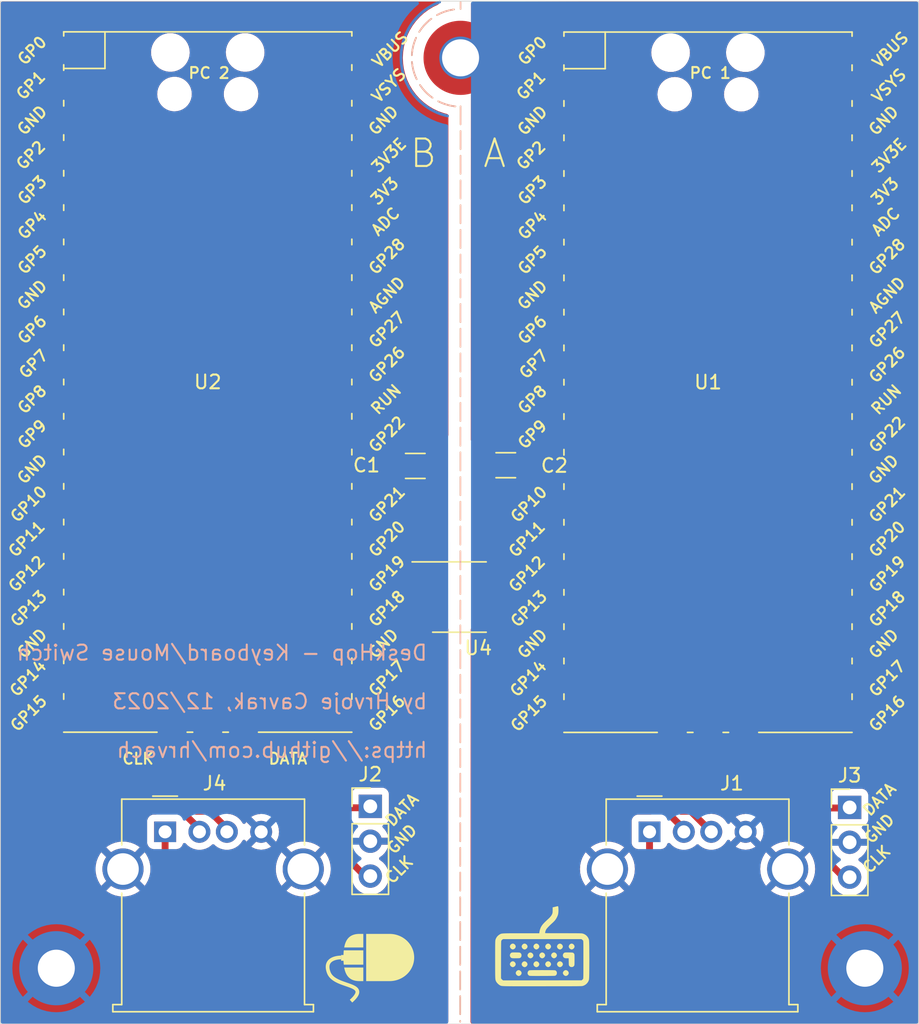
<source format=kicad_pcb>
(kicad_pcb (version 20221018) (generator pcbnew)
  (layers (0 "F.Cu" signal) (31 "B.Cu" signal) (34 "B.Paste" user) (35 "F.Paste" user) (36 "B.SilkS" user "B.Silkscreen") (37 "F.SilkS" user "F.Silkscreen") (38 "B.Mask" user) (39 "F.Mask" user) (44 "Edge.Cuts" user))
  (net 0 "")
  (net 1 "GND")
  (net 2 "Net-(J2-Pin_1)")
  (net 3 "Net-(J2-Pin_3)")
  (net 4 "Net-(J3-Pin_1)")
  (net 5 "Net-(J3-Pin_3)")
  (net 6 "Net-(U1-3V3)")
  (net 24 "Net-(J1-D+)")
  (net 25 "Net-(J1-D-)")
  (net 34 "Net-(J1-VBUS)")
  (net 49 "unconnected-(U1-GPIO13-Pad17)")
  (net 63 "Net-(U2-3V3)")
  (net 65 "GND2")
  (net 66 "/UART A TX")
  (net 68 "/UART B RX")
  (net 69 "Net-(J4-VBUS)")
  (net 70 "Net-(J4-D-)")
  (net 71 "Net-(J4-D+)")
  (net 72 "/UART B TX")
  (footprint "MCU_RaspberryPi_and_Boards:RPi_Pico_SMD_Nohole" (layer "F.Cu") (at 85.344 68.834)
    (fp_text reference "U1")
    (fp_text value "Pico Primary")
  )
  (footprint "MCU_RaspberryPi_and_Boards:RPi_Pico_SMD_Nohole" (layer "F.Cu") (at 48.885523 68.818249)
    (fp_text reference "U2")
    (fp_text value "Pico Secondary")
  )
  (footprint "MountingHole:MountingHole_2.7mm_M2.5_Pad_TopOnly" (layer "F.Cu") (at 67.31 45.212)
    (fp_text reference "H3" hide)
    (fp_text value "MountingHole_Pad" hide)
  )
  (footprint "Capacitor_SMD:C_1206_3216Metric_Pad1.33x1.80mm_HandSolder" (layer "F.Cu") (at 70.604191 74.877665)
    (fp_text reference "C2")
    (fp_text value "100n")
  )
  (footprint "Connector_USB:USB_A_Molex_67643_Horizontal" (layer "F.Cu") (at 45.776 101.574)
    (fp_text reference "J4")
    (fp_text value "Mouse In" hide)
  )
  (footprint "Connector_PinHeader_2.54mm:PinHeader_1x03_P2.54mm_Vertical" (layer "F.Cu") (at 95.667537 99.795757)
    (fp_text reference "J3")
    (fp_text value "Debug1")
  )
  (footprint "MountingHole:MountingHole_2.7mm_M2.5_Pad_TopBottom" (layer "F.Cu") (at 96.774 111.506)
    (fp_text reference "H2" hide)
    (fp_text value "MountingHole_Pad" hide)
  )
  (footprint "Connector_USB:USB_A_Molex_67643_Horizontal" (layer "F.Cu") (at 81.082 101.574)
    (fp_text reference "J1")
    (fp_text value "Keyboard In" hide)
  )
  (footprint "MountingHole:MountingHole_2.7mm_M2.5_Pad_TopBottom" (layer "F.Cu") (at 37.846 111.506)
    (fp_text reference "H1" hide)
    (fp_text value "MountingHole_Pad" hide)
  )
  (footprint "Package_SO:SOIC-8_3.9x4.9mm_P1.27mm" (layer "F.Cu") (at 67.22807 84.47611)
    (fp_text reference "U4")
    (fp_text value "ADuM1201BR")
  )
  (footprint "Connector_PinHeader_2.54mm:PinHeader_1x03_P2.54mm_Vertical" (layer "F.Cu") (at 60.731042 99.717876)
    (fp_text reference "J2")
    (fp_text value "Debug2")
  )
  (footprint "Capacitor_SMD:C_1206_3216Metric_Pad1.33x1.80mm_HandSolder" (layer "F.Cu") (at 64.010036 74.929999 180)
    (fp_text reference "C1")
    (fp_text value "100n")
  )
  (gr_arc (start 66.360432 49.447208) (mid 62.980006 45.511702) (end 65.786 41.148001) (stroke (width 0.2)) (layer "B.Cu"))
  (gr_line (start 67.31 48.738426) (end 67.281783 115.407659) (stroke (width 0.12) (type dash)) (layer "B.SilkS"))
  (gr_arc (start 66.937741 48.748461) (mid 63.758888 45.025614) (end 67.31 41.656) (stroke (width 0.12) (type dash)) (layer "B.SilkS"))
  (gr_line (start 67.31 41.656) (end 67.31 41.148) (stroke (width 0.12)) (layer "B.SilkS"))
  (gr_poly (pts (xy 58.798165 110.543306) (xy 58.798165 110.962168) (xy 58.603088 110.962168) (xy 58.603088 110.543306)) (fill solid) (layer "F.SilkS"))
  (gr_poly (pts (xy 57.482433 111.378334) (xy 57.486179 111.323025) (xy 57.493468 111.269362) (xy 57.504299 111.217356) (xy 57.518673 111.167021) (xy 57.536591 111.118367) (xy 57.558054 111.071408) (xy 57.583061 111.026155) (xy 57.611615 110.98262) (xy 57.640028 110.945385) (xy 57.670484 110.910564) (xy 57.702794 110.878076) (xy 57.736771 110.847839) (xy 57.772228 110.819775) (xy 57.808977 110.793802) (xy 57.846831 110.76984) (xy 57.885601 110.747807) (xy 57.925102 110.727625) (xy 57.965144 110.709211) (xy 58.00554 110.692486) (xy 58.046103 110.677369) (xy 58.126981 110.651638) (xy 58.206276 110.631371) (xy 58.282487 110.615926) (xy 58.354116 110.604658) (xy 58.419661 110.596922) (xy 58.477623 110.592075) (xy 58.564795 110.588468) (xy 58.60363 110.588683) (xy 58.603617 110.588683) (xy 58.595362 110.859483) (xy 58.563375 110.859196) (xy 58.52556 110.860214) (xy 58.482716 110.862766) (xy 58.435645 110.867081) (xy 58.385147 110.873387) (xy 58.332022 110.881913) (xy 58.277071 110.892888) (xy 58.221094 110.906541) (xy 58.164892 110.923101) (xy 58.109265 110.942796) (xy 58.055014 110.965855) (xy 58.002938 110.992508) (xy 57.977967 111.007253) (xy 57.95384 111.022982) (xy 57.930657 111.039724) (xy 57.908519 111.057507) (xy 57.887525 111.07636) (xy 57.867775 111.096311) (xy 57.84937 111.11739) (xy 57.832409 111.139624) (xy 57.813791 111.168348) (xy 57.797659 111.198636) (xy 57.784012 111.230476) (xy 57.772851 111.263862) (xy 57.764176 111.298784) (xy 57.757987 111.335233) (xy 57.754283 111.3732) (xy 57.753066 111.412676) (xy 57.754334 111.453652) (xy 57.758088 111.496119) (xy 57.764329 111.540069) (xy 57.773055 111.585493) (xy 57.784267 111.63238) (xy 57.797965 111.680724) (xy 57.814149 111.730514) (xy 57.832819 111.781741) (xy 57.84911 111.820656) (xy 57.867573 111.858229) (xy 57.888127 111.8945) (xy 57.910689 111.929509) (xy 57.935177 111.963293) (xy 57.961509 111.995892) (xy 58.019376 112.057693) (xy 58.083632 112.115223) (xy 58.153618 112.168796) (xy 58.228678 112.218724) (xy 58.308153 112.26532) (xy 58.391386 112.308897) (xy 58.477719 112.349767) (xy 58.566493 112.388243) (xy 58.657052 112.424638) (xy 58.840891 112.492435) (xy 59.023974 112.555661) (xy 59.187753 112.612183) (xy 59.266552 112.640444) (xy 59.342782 112.669096) (xy 59.41606 112.69843) (xy 59.486004 112.728738) (xy 59.552231 112.760313) (xy 59.614358 112.793447) (xy 59.643765 112.810689) (xy 59.672004 112.828431) (xy 59.699027 112.846709) (xy 59.724786 112.865559) (xy 59.749234 112.885017) (xy 59.772322 112.905121) (xy 59.794003 112.925907) (xy 59.814229 112.947412) (xy 59.832952 112.969671) (xy 59.850124 112.992721) (xy 59.865699 113.0166) (xy 59.879627 113.041343) (xy 59.891861 113.066987) (xy 59.902353 113.093568) (xy 59.911056 113.121124) (xy 59.917921 113.14969) (xy 59.924621 113.194423) (xy 59.926498 113.239887) (xy 59.923498 113.286177) (xy 59.915567 113.333386) (xy 59.90265 113.381606) (xy 59.884694 113.430933) (xy 59.861643 113.481458) (xy 59.833445 113.533276) (xy 59.800044 113.58648) (xy 59.761387 113.641164) (xy 59.717418 113.69742) (xy 59.668085 113.755342) (xy 59.613333 113.815025) (xy 59.553108 113.87656) (xy 59.487355 113.940042) (xy 59.41602 114.005564) (xy 59.235045 113.803991) (xy 59.271218 113.771101) (xy 59.305325 113.739273) (xy 59.337424 113.708494) (xy 59.367573 113.678746) (xy 59.395829 113.650017) (xy 59.422249 113.622289) (xy 59.44689 113.595549) (xy 59.469809 113.569781) (xy 59.491065 113.544971) (xy 59.510715 113.521102) (xy 59.528814 113.49816) (xy 59.545422 113.47613) (xy 59.560596 113.454996) (xy 59.574392 113.434744) (xy 59.586868 113.415358) (xy 59.598081 113.396824) (xy 59.608089 113.379126) (xy 59.61695 113.362249) (xy 59.624719 113.346178) (xy 59.631455 113.330898) (xy 59.637215 113.316394) (xy 59.642057 113.302651) (xy 59.646037 113.289653) (xy 59.649213 113.277385) (xy 59.651642 113.265833) (xy 59.653383 113.254982) (xy 59.654491 113.244815) (xy 59.655024 113.235319) (xy 59.654596 113.218275) (xy 59.652557 113.203731) (xy 59.648621 113.189025) (xy 59.642895 113.174543) (xy 59.635441 113.160279) (xy 59.626317 113.146226) (xy 59.603303 113.118728) (xy 59.574333 113.091998) (xy 59.539884 113.065981) (xy 59.500437 113.040627) (xy 59.456471 113.015882) (xy 59.408464 112.991694) (xy 59.356897 112.968011) (xy 59.302248 112.944781) (xy 59.185622 112.899467) (xy 59.06242 112.855334) (xy 58.936476 112.811963) (xy 58.739717 112.743829) (xy 58.638965 112.707231) (xy 58.537716 112.668397) (xy 58.436782 112.626917) (xy 58.336977 112.582381) (xy 58.239114 112.534379) (xy 58.144006 112.482498) (xy 58.052467 112.42633) (xy 58.008289 112.39651) (xy 57.965309 112.365464) (xy 57.923627 112.33314) (xy 57.883346 112.299488) (xy 57.844567 112.264456) (xy 57.807391 112.227993) (xy 57.771921 112.190047) (xy 57.738258 112.150567) (xy 57.706503 112.109503) (xy 57.676759 112.066801) (xy 57.649127 112.022412) (xy 57.623708 111.976284) (xy 57.600604 111.928366) (xy 57.579918 111.878605) (xy 57.555346 111.810565) (xy 57.534312 111.744074) (xy 57.516817 111.679144) (xy 57.50286 111.615787) (xy 57.492443 111.554016) (xy 57.485566 111.493842) (xy 57.482229 111.435277)) (fill solid) (layer "F.SilkS"))
  (gr_line (start 67.31 48.738426) (end 67.281783 115.407659) (stroke (width 0.12) (type dash)) (layer "F.SilkS"))
  (gr_poly (pts (xy 58.773281 110.65812) (xy 58.7743 110.590897) (xy 58.77605 110.524421) (xy 58.778571 110.458727) (xy 58.781905 110.393853) (xy 58.786094 110.329834) (xy 58.791178 110.266707) (xy 58.797199 110.204507) (xy 60.221226 110.204507) (xy 60.221226 111.247336) (xy 58.797199 111.247336) (xy 58.791178 111.185136) (xy 58.786094 111.122011) (xy 58.781905 111.058001) (xy 58.778571 110.993144) (xy 58.77605 110.927482) (xy 58.7743 110.861053) (xy 58.77295 110.726054)) (fill solid) (layer "F.SilkS"))
  (gr_poly (pts (xy 75.409953 109.711596) (xy 75.414084 109.711996) (xy 75.418717 109.712651) (xy 75.423798 109.713553) (xy 75.429272 109.714694) (xy 75.435082 109.716066) (xy 75.447491 109.719465) (xy 75.453979 109.721476) (xy 75.460582 109.723683) (xy 75.467245 109.726077) (xy 75.473912 109.728651) (xy 75.480528 109.731395) (xy 75.487037 109.734301) (xy 75.493385 109.737361) (xy 75.499515 109.740565) (xy 75.511406 109.747709) (xy 75.523025 109.75597) (xy 75.534303 109.765237) (xy 75.545172 109.775399) (xy 75.555563 109.786346) (xy 75.565408 109.797967) (xy 75.57464 109.81015) (xy 75.583189 109.822785) (xy 75.590988 109.835761) (xy 75.597969 109.848967) (xy 75.604062 109.862293) (xy 75.609201 109.875627) (xy 75.613317 109.888859) (xy 75.616341 109.901877) (xy 75.618205 109.914572) (xy 75.618681 109.920763) (xy 75.618842 109.926832) (xy 75.618681 109.9329) (xy 75.618205 109.939091) (xy 75.617422 109.945389) (xy 75.616341 109.951781) (xy 75.614969 109.958251) (xy 75.613317 109.964786) (xy 75.611391 109.971371) (xy 75.609201 109.977991) (xy 75.604062 109.991282) (xy 75.597969 110.004543) (xy 75.590988 110.017659) (xy 75.583189 110.030515) (xy 75.57464 110.042996) (xy 75.565408 110.054987) (xy 75.555563 110.066372) (xy 75.545172 110.077037) (xy 75.539793 110.082063) (xy 75.534303 110.086866) (xy 75.528711 110.091431) (xy 75.523025 110.095744) (xy 75.517254 110.099791) (xy 75.511406 110.103557) (xy 75.50549 110.107027) (xy 75.499515 110.110189) (xy 75.493385 110.113426) (xy 75.487038 110.116578) (xy 75.480528 110.119627) (xy 75.473912 110.122558) (xy 75.467245 110.125352) (xy 75.460582 110.127992) (xy 75.453979 110.130462) (xy 75.447491 110.132744) (xy 75.441174 110.134822) (xy 75.435082 110.136678) (xy 75.429272 110.138295) (xy 75.423799 110.139657) (xy 75.418717 110.140745) (xy 75.414084 110.141544) (xy 75.409954 110.142035) (xy 75.406382 110.142203) (xy 75.40281 110.142035) (xy 75.398679 110.141544) (xy 75.394046 110.140745) (xy 75.388965 110.139657) (xy 75.383491 110.138295) (xy 75.377681 110.136678) (xy 75.365272 110.132744) (xy 75.352181 110.127992) (xy 75.338851 110.122558) (xy 75.332235 110.119627) (xy 75.325725 110.116578) (xy 75.319378 110.113426) (xy 75.313248 110.110189) (xy 75.301356 110.103589) (xy 75.289737 110.095864) (xy 75.278459 110.087115) (xy 75.267591 110.077446) (xy 75.2572 110.066958) (xy 75.247354 110.055754) (xy 75.238123 110.043936) (xy 75.229573 110.031607) (xy 75.221774 110.018868) (xy 75.214794 110.005823) (xy 75.2087 109.992572) (xy 75.203562 109.97922) (xy 75.199446 109.965867) (xy 75.196422 109.952616) (xy 75.194558 109.939571) (xy 75.194081 109.933157) (xy 75.193921 109.926832) (xy 75.194081 109.920507) (xy 75.194558 109.914093) (xy 75.195341 109.9076) (xy 75.196422 109.901042) (xy 75.197793 109.89443) (xy 75.199446 109.887778) (xy 75.201372 109.881097) (xy 75.203562 109.874399) (xy 75.2087 109.861003) (xy 75.214794 109.847688) (xy 75.221775 109.834552) (xy 75.229574 109.821693) (xy 75.238123 109.80921) (xy 75.247355 109.797199) (xy 75.2572 109.78576) (xy 75.267591 109.77499) (xy 75.27846 109.764988) (xy 75.289737 109.755851) (xy 75.295509 109.751637) (xy 75.301356 109.747677) (xy 75.307272 109.743982) (xy 75.313248 109.740565) (xy 75.319858 109.737361) (xy 75.326561 109.734301) (xy 75.333316 109.731395) (xy 75.340079 109.728651) (xy 75.346808 109.726077) (xy 75.35346 109.723683) (xy 75.359993 109.721476) (xy 75.366364 109.719465) (xy 75.37253 109.717659) (xy 75.378449 109.716066) (xy 75.384078 109.714694) (xy 75.389374 109.713553) (xy 75.394295 109.712651) (xy 75.398799 109.711996) (xy 75.402842 109.711596) (xy 75.406382 109.711461)) (fill solid) (layer "F.SilkS"))
  (gr_poly (pts (xy 60.221226 111.456608) (xy 60.221226 112.444972) (xy 59.941893 112.444972) (xy 59.875793 112.443793) (xy 59.812158 112.440281) (xy 59.750944 112.43448) (xy 59.692105 112.426429) (xy 59.635597 112.416172) (xy 59.581376 112.403748) (xy 59.529396 112.389201) (xy 59.479613 112.372571) (xy 59.431983 112.3539) (xy 59.386459 112.333229) (xy 59.342999 112.3106) (xy 59.301557 112.286055) (xy 59.262088 112.259634) (xy 59.224548 112.23138) (xy 59.188891 112.201334) (xy 59.155075 112.169538) (xy 59.123052 112.136032) (xy 59.09278 112.10086) (xy 59.064213 112.064061) (xy 59.037306 112.025678) (xy 59.012016 111.985751) (xy 58.988296 111.944324) (xy 58.945392 111.857131) (xy 58.908235 111.764431) (xy 58.876469 111.666556) (xy 58.849737 111.563837) (xy 58.827679 111.456608)) (fill solid) (layer "F.SilkS"))
  (gr_poly (pts (xy 62.135116 109.006435) (xy 62.227485 109.008671) (xy 62.318639 109.015309) (xy 62.408466 109.026241) (xy 62.496854 109.041358) (xy 62.583689 109.060552) (xy 62.668859 109.083717) (xy 62.752251 109.110743) (xy 62.833753 109.141524) (xy 62.913252 109.17595) (xy 62.990635 109.213914) (xy 63.06579 109.255309) (xy 63.138604 109.300027) (xy 63.208965 109.347958) (xy 63.276759 109.398996) (xy 63.341873 109.453033) (xy 63.404197 109.509961) (xy 63.463616 109.569672) (xy 63.520018 109.632058) (xy 63.57329 109.69701) (xy 63.62332 109.764422) (xy 63.669995 109.834185) (xy 63.713203 109.906192) (xy 63.75283 109.980334) (xy 63.788764 110.056504) (xy 63.820893 110.134593) (xy 63.849103 110.214495) (xy 63.873282 110.2961) (xy 63.893318 110.379301) (xy 63.909098 110.463991) (xy 63.920508 110.55006) (xy 63.927437 110.637402) (xy 63.929772 110.725908) (xy 63.927437 110.814365) (xy 63.920508 110.90166) (xy 63.909097 110.987688) (xy 63.893318 111.072338) (xy 63.873281 111.155504) (xy 63.849102 111.237078) (xy 63.820891 111.31695) (xy 63.788762 111.395014) (xy 63.752827 111.471161) (xy 63.7132 111.545283) (xy 63.669992 111.617273) (xy 63.623316 111.687021) (xy 63.573285 111.75442) (xy 63.520012 111.819362) (xy 63.46361 111.881739) (xy 63.40419 111.941442) (xy 63.341866 111.998365) (xy 63.276751 112.052398) (xy 63.208956 112.103433) (xy 63.138595 112.151364) (xy 63.065781 112.19608) (xy 62.990625 112.237476) (xy 62.913241 112.275441) (xy 62.833742 112.309869) (xy 62.752239 112.340652) (xy 62.668847 112.36768) (xy 62.583676 112.390847) (xy 62.496841 112.410044) (xy 62.408453 112.425163) (xy 62.318626 112.436096) (xy 62.227471 112.442735) (xy 62.135103 112.444972) (xy 62.135106 112.444976) (xy 62.13511 112.444979) (xy 62.135113 112.444982) (xy 62.135116 112.444986) (xy 60.430684 112.444986) (xy 60.430684 109.006435)) (fill solid) (layer "F.SilkS"))
  (gr_poly (pts (xy 71.971429 111.002828) (xy 71.973288 111.003199) (xy 71.975 111.003686) (xy 71.981325 111.003846) (xy 71.98774 111.004323) (xy 71.994233 111.005106) (xy 72.000791 111.006187) (xy 72.007402 111.007558) (xy 72.014055 111.009211) (xy 72.020736 111.011137) (xy 72.027434 111.013327) (xy 72.04083 111.018465) (xy 72.054145 111.024559) (xy 72.067281 111.03154) (xy 72.080139 111.039339) (xy 72.092623 111.047888) (xy 72.104634 111.05712) (xy 72.116073 111.066965) (xy 72.126843 111.077356) (xy 72.136845 111.088225) (xy 72.145982 111.099502) (xy 72.150195 111.105274) (xy 72.154155 111.111121) (xy 72.15785 111.117037) (xy 72.161267 111.123013) (xy 72.166696 111.13549) (xy 72.171954 111.148616) (xy 72.176871 111.161946) (xy 72.181276 111.175037) (xy 72.185 111.187446) (xy 72.186552 111.193256) (xy 72.18787 111.19873) (xy 72.188933 111.203811) (xy 72.189718 111.208444) (xy 72.190204 111.212575) (xy 72.190371 111.216147) (xy 72.190236 111.219719) (xy 72.189837 111.223849) (xy 72.189182 111.228482) (xy 72.18828 111.233564) (xy 72.187138 111.239037) (xy 72.185767 111.244847) (xy 72.182368 111.257256) (xy 72.180357 111.263744) (xy 72.17815 111.270347) (xy 72.175755 111.27701) (xy 72.173182 111.283677) (xy 72.170438 111.290293) (xy 72.167531 111.296802) (xy 72.164472 111.30315) (xy 72.161267 111.30928) (xy 72.154155 111.321172) (xy 72.145982 111.332791) (xy 72.136845 111.344069) (xy 72.126842 111.354937) (xy 72.116073 111.365328) (xy 72.104633 111.375174) (xy 72.092623 111.384405) (xy 72.080139 111.392954) (xy 72.067281 111.400753) (xy 72.054145 111.407734) (xy 72.04083 111.413828) (xy 72.027434 111.418966) (xy 72.014055 111.423082) (xy 72.000791 111.426106) (xy 71.98774 111.42797) (xy 71.981325 111.428446) (xy 71.975 111.428607) (xy 71.971429 111.428439) (xy 71.967298 111.427948) (xy 71.962665 111.427149) (xy 71.957584 111.42606) (xy 71.95211 111.424699) (xy 71.9463 111.423082) (xy 71.933891 111.419148) (xy 71.9208 111.414396) (xy 71.90747 111.408962) (xy 71.900854 111.406031) (xy 71.894345 111.402982) (xy 71.887997 111.39983) (xy 71.881867 111.396592) (xy 71.869976 111.389993) (xy 71.858357 111.382268) (xy 71.847079 111.373519) (xy 71.83621 111.36385) (xy 71.825819 111.353362) (xy 71.815974 111.342158) (xy 71.806742 111.33034) (xy 71.798193 111.318011) (xy 71.790394 111.305272) (xy 71.783413 111.292226) (xy 71.77732 111.278976) (xy 71.772181 111.265623) (xy 71.768066 111.252271) (xy 71.765041 111.23902) (xy 71.763177 111.225975) (xy 71.762701 111.219561) (xy 71.76254 111.213236) (xy 71.762701 111.206911) (xy 71.763177 111.200497) (xy 71.76396 111.194004) (xy 71.765041 111.187446) (xy 71.766413 111.180835) (xy 71.768066 111.174182) (xy 71.769991 111.167501) (xy 71.772181 111.160803) (xy 71.77732 111.147407) (xy 71.783413 111.134092) (xy 71.790394 111.120956) (xy 71.798193 111.108097) (xy 71.806742 111.095614) (xy 71.815974 111.083603) (xy 71.825819 111.072164) (xy 71.83621 111.061394) (xy 71.847079 111.051392) (xy 71.858357 111.042255) (xy 71.864128 111.038042) (xy 71.869976 111.034081) (xy 71.875892 111.030387) (xy 71.881867 111.02697) (xy 71.894345 111.021552) (xy 71.900854 111.018918) (xy 71.90747 111.016374) (xy 71.914137 111.013949) (xy 71.9208 111.011673) (xy 71.927403 111.009576) (xy 71.933891 111.007688) (xy 71.940208 111.006039) (xy 71.9463 111.004658) (xy 71.95211 111.003576) (xy 71.957584 111.002822) (xy 71.962665 111.002426) (xy 71.967298 111.002418)) (fill solid) (layer "F.SilkS"))
  (gr_arc (start 66.93774 48.748461) (mid 63.758888 45.025614) (end 67.31 41.656) (stroke (width 0.12) (type dash)) (layer "F.SilkS"))
  (gr_poly (pts (xy 58.849712 109.887864) (xy 58.876427 109.78505) (xy 58.90818 109.687098) (xy 58.945328 109.594337) (xy 58.988229 109.507099) (xy 59.011948 109.465654) (xy 59.037239 109.425713) (xy 59.064147 109.387318) (xy 59.092715 109.35051) (xy 59.12299 109.315331) (xy 59.155015 109.281821) (xy 59.188835 109.250022) (xy 59.224495 109.219976) (xy 59.262039 109.191722) (xy 59.301513 109.165304) (xy 59.342959 109.140762) (xy 59.386424 109.118137) (xy 59.431952 109.097471) (xy 59.479587 109.078805) (xy 59.529375 109.062181) (xy 59.581359 109.047639) (xy 59.635584 109.035221) (xy 59.692095 109.024968) (xy 59.750937 109.016922) (xy 59.812154 109.011123) (xy 59.875791 109.007614) (xy 59.941893 109.006435) (xy 60.221226 109.006435) (xy 60.221226 109.995209) (xy 58.827679 109.995209)) (fill solid) (layer "F.SilkS"))
  (gr_poly (pts (xy 74.396618 106.991515) (xy 74.402288 106.992041) (xy 74.407276 106.993018) (xy 74.411632 106.994453) (xy 74.415406 106.996352) (xy 74.418648 106.99872) (xy 74.421408 107.001564) (xy 74.423737 107.004888) (xy 74.425684 107.0087) (xy 74.427299 107.013005) (xy 74.428634 107.017809) (xy 74.429737 107.023117) (xy 74.430658 107.028936) (xy 74.431449 107.035271) (xy 74.434303 107.065893) (xy 74.437784 107.092363) (xy 74.440601 107.12131) (xy 74.444307 107.185083) (xy 74.445558 107.254109) (xy 74.444489 107.325284) (xy 74.441237 107.395503) (xy 74.435939 107.461664) (xy 74.428732 107.520662) (xy 74.424454 107.546506) (xy 74.41975 107.569395) (xy 74.414104 107.593448) (xy 74.407046 107.618576) (xy 74.398666 107.644625) (xy 74.389055 107.671441) (xy 74.378301 107.698871) (xy 74.366493 107.726762) (xy 74.353723 107.75496) (xy 74.340078 107.783311) (xy 74.325649 107.811662) (xy 74.310525 107.839859) (xy 74.294795 107.86775) (xy 74.27855 107.89518) (xy 74.261878 107.921996) (xy 74.24487 107.948045) (xy 74.227614 107.973173) (xy 74.2102 107.997226) (xy 74.193699 108.017684) (xy 74.173138 108.041383) (xy 74.149371 108.067468) (xy 74.123252 108.095089) (xy 74.095631 108.123392) (xy 74.067362 108.151524) (xy 74.039299 108.178633) (xy 74.012292 108.203866) (xy 73.972019 108.239667) (xy 73.932125 108.27595) (xy 73.854448 108.348886) (xy 73.781204 108.420527) (xy 73.714339 108.488723) (xy 73.655795 108.551325) (xy 73.630251 108.579857) (xy 73.607517 108.606185) (xy 73.587836 108.630041) (xy 73.57145 108.651155) (xy 73.558602 108.669259) (xy 73.549536 108.684084) (xy 73.542419 108.697383) (xy 73.535297 108.712029) (xy 73.528235 108.7278) (xy 73.521296 108.744475) (xy 73.514545 108.761833) (xy 73.508046 108.779651) (xy 73.496057 108.815781) (xy 73.490696 108.83365) (xy 73.485842 108.851092) (xy 73.48156 108.867887) (xy 73.477913 108.883812) (xy 73.474965 108.898645) (xy 73.47278 108.912165) (xy 73.471422 108.924151) (xy 73.470955 108.93438) (xy 73.471948 108.938479) (xy 73.476037 108.942065) (xy 73.50015 108.947841) (xy 73.556596 108.951979) (xy 73.658677 108.954753) (xy 74.052947 108.9573) (xy 74.789374 108.957664) (xy 75.469002 108.958391) (xy 75.704671 108.959505) (xy 75.882599 108.961302) (xy 76.01155 108.963916) (xy 76.060398 108.965573) (xy 76.100289 108.967486) (xy 76.132319 108.969672) (xy 76.157582 108.972147) (xy 76.177176 108.97493) (xy 76.192194 108.978036) (xy 76.236309 108.989888) (xy 76.279081 109.004634) (xy 76.320394 109.022168) (xy 76.360134 109.042384) (xy 76.398187 109.065175) (xy 76.434435 109.090434) (xy 76.468766 109.118055) (xy 76.501062 109.147932) (xy 76.53121 109.179957) (xy 76.559094 109.214025) (xy 76.5846 109.250028) (xy 76.607611 109.287859) (xy 76.628013 109.327414) (xy 76.645691 109.368584) (xy 76.660529 109.411263) (xy 76.672413 109.455345) (xy 76.682918 109.610643) (xy 76.690421 109.939747) (xy 76.696424 110.887997) (xy 76.690421 111.837339) (xy 76.682918 112.167807) (xy 76.672413 112.325015) (xy 76.661557 112.366122) (xy 76.64764 112.406393) (xy 76.630807 112.445675) (xy 76.611203 112.483815) (xy 76.588973 112.520658) (xy 76.564261 112.556052) (xy 76.537214 112.589843) (xy 76.507974 112.621878) (xy 76.476689 112.652002) (xy 76.443502 112.680063) (xy 76.408558 112.705908) (xy 76.372003 112.729381) (xy 76.333982 112.750331) (xy 76.294639 112.768604) (xy 76.254119 112.784045) (xy 76.212567 112.796503) (xy 76.17148 112.804188) (xy 76.091239 112.809963) (xy 75.704699 112.816876) (xy 73.267226 112.819786) (xy 72.246516 112.820719) (xy 71.838534 112.820886) (xy 71.491735 112.820696) (xy 71.200819 112.820028) (xy 70.960488 112.818763) (xy 70.765441 112.816782) (xy 70.683243 112.815486) (xy 70.610379 112.813966) (xy 70.546187 112.812207) (xy 70.490004 112.810194) (xy 70.441168 112.807913) (xy 70.399016 112.805348) (xy 70.362886 112.802485) (xy 70.332115 112.799308) (xy 70.306042 112.795803) (xy 70.284003 112.791955) (xy 70.265337 112.787749) (xy 70.24938 112.78317) (xy 70.235471 112.778203) (xy 70.222947 112.772833) (xy 70.211146 112.767045) (xy 70.199404 112.760825) (xy 70.173453 112.747026) (xy 70.156057 112.737303) (xy 70.137829 112.725726) (xy 70.118961 112.712487) (xy 70.099647 112.697776) (xy 70.080076 112.681787) (xy 70.060441 112.66471) (xy 70.040934 112.646738) (xy 70.021747 112.628063) (xy 70.003072 112.608876) (xy 69.9851 112.589369) (xy 69.968023 112.569734) (xy 69.952034 112.550163) (xy 69.937323 112.530849) (xy 69.924084 112.511981) (xy 69.912507 112.493754) (xy 69.902784 112.476357) (xy 69.877932 112.424902) (xy 69.859492 112.370854) (xy 69.846509 112.294433) (xy 69.842451 112.237703) (xy 70.257855 112.237703) (xy 70.289869 112.284269) (xy 70.293341 112.288764) (xy 70.29718 112.293489) (xy 70.301342 112.298402) (xy 70.305786 112.30346) (xy 70.315347 112.31384) (xy 70.325522 112.324288) (xy 70.33597 112.334463) (xy 70.34635 112.344024) (xy 70.351407 112.348468) (xy 70.35632 112.35263) (xy 70.361045 112.356469) (xy 70.36554 112.35994) (xy 70.412107 112.391955) (xy 73.273047 112.389045) (xy 76.133986 112.386134) (xy 76.168911 112.35703) (xy 76.172827 112.354136) (xy 76.176914 112.350936) (xy 76.181138 112.347463) (xy 76.185464 112.343751) (xy 76.189858 112.339834) (xy 76.194286 112.335747) (xy 76.203108 112.327198) (xy 76.211657 112.318376) (xy 76.215745 112.313948) (xy 76.219661 112.309554) (xy 76.223373 112.305228) (xy 76.226846 112.301004) (xy 76.230047 112.296917) (xy 76.23294 112.293001) (xy 76.242547 112.278443) (xy 76.249766 112.250209) (xy 76.254939 112.192165) (xy 76.258406 112.08818) (xy 76.261589 111.677857) (xy 76.262044 110.89018) (xy 76.261987 110.438594) (xy 76.261852 110.255743) (xy 76.261589 110.098774) (xy 76.261156 109.965629) (xy 76.260862 109.907347) (xy 76.260509 109.854248) (xy 76.260093 109.806076) (xy 76.259607 109.762572) (xy 76.259047 109.72348) (xy 76.258406 109.688542) (xy 76.257681 109.6575) (xy 76.256864 109.630098) (xy 76.255952 109.606078) (xy 76.254939 109.585182) (xy 76.253819 109.567154) (xy 76.253217 109.559134) (xy 76.252587 109.551734) (xy 76.251927 109.544923) (xy 76.251238 109.538668) (xy 76.250517 109.532936) (xy 76.249766 109.527696) (xy 76.248982 109.522915) (xy 76.248166 109.518561) (xy 76.247317 109.514603) (xy 76.246433 109.511007) (xy 76.245515 109.507742) (xy 76.244562 109.504775) (xy 76.243573 109.502075) (xy 76.242547 109.499609) (xy 76.241483 109.497345) (xy 76.240382 109.495251) (xy 76.239242 109.493294) (xy 76.238063 109.491443) (xy 76.235584 109.487928) (xy 76.23294 109.484449) (xy 76.229981 109.481011) (xy 76.226591 109.477275) (xy 76.218706 109.469078) (xy 76.209662 109.460199) (xy 76.199834 109.450979) (xy 76.189596 109.441759) (xy 76.179325 109.43288) (xy 76.169394 109.424683) (xy 76.16018 109.417509) (xy 76.113613 109.385494) (xy 70.409197 109.385494) (xy 70.36554 109.414599) (xy 70.361046 109.417525) (xy 70.356326 109.420817) (xy 70.351427 109.424434) (xy 70.346395 109.428332) (xy 70.341279 109.432469) (xy 70.336123 109.436802) (xy 70.330977 109.441288) (xy 70.325886 109.445886) (xy 70.320897 109.450551) (xy 70.316058 109.455242) (xy 70.311414 109.459916) (xy 70.307014 109.46453) (xy 70.302903 109.469042) (xy 70.299129 109.473409) (xy 70.295739 109.477589) (xy 70.29278 109.481538) (xy 70.283168 109.49692) (xy 70.275909 109.525467) (xy 70.270628 109.583346) (xy 70.26695 109.686723) (xy 70.262903 110.094636) (xy 70.260765 110.878538) (xy 70.257855 112.237703) (xy 69.842451 112.237703) (xy 69.838027 112.175857) (xy 69.833093 111.995343) (xy 69.830751 111.733109) (xy 69.830024 110.884359) (xy 69.830189 110.47054) (xy 69.830797 110.148433) (xy 69.832019 109.905521) (xy 69.834026 109.729288) (xy 69.835376 109.662263) (xy 69.836987 109.607215) (xy 69.838879 109.562577) (xy 69.841074 109.526786) (xy 69.843593 109.498277) (xy 69.846457 109.475484) (xy 69.849688 109.456845) (xy 69.853307 109.440792) (xy 69.862206 109.410544) (xy 69.87252 109.380936) (xy 69.884233 109.351992) (xy 69.897327 109.323739) (xy 69.911785 109.296202) (xy 69.927591 109.269408) (xy 69.944727 109.24338) (xy 69.963175 109.218146) (xy 69.98292 109.19373) (xy 70.003944 109.170158) (xy 70.02623 109.147456) (xy 70.04976 109.125649) (xy 70.074519 109.104763) (xy 70.100488 109.084824) (xy 70.127651 109.065856) (xy 70.15599 109.047886) (xy 70.207292 109.019066) (xy 70.260811 108.997409) (xy 70.294551 108.988946) (xy 70.336226 108.98189) (xy 70.453217 108.971488) (xy 70.631463 108.965178) (xy 70.890643 108.961938) (xy 71.730526 108.960574) (xy 73.046034 108.960574) (xy 73.060586 108.855799) (xy 73.064775 108.829996) (xy 73.069675 108.803951) (xy 73.07525 108.777761) (xy 73.081459 108.751524) (xy 73.088265 108.725338) (xy 73.09563 108.699301) (xy 73.103515 108.673512) (xy 73.111882 108.648068) (xy 73.120692 108.623067) (xy 73.129907 108.598608) (xy 73.139489 108.574788) (xy 73.149399 108.551706) (xy 73.159599 108.529459) (xy 73.170051 108.508146) (xy 73.180715 108.487865) (xy 73.191555 108.468713) (xy 73.227196 108.41258) (xy 73.246053 108.385266) (xy 73.266043 108.357981) (xy 73.2875 108.330373) (xy 73.310757 108.302086) (xy 73.336145 108.272768) (xy 73.363997 108.242065) (xy 73.428424 108.175085) (xy 73.506698 108.098317) (xy 73.60148 108.00893) (xy 73.71543 107.904093) (xy 73.741621 107.879605) (xy 73.766709 107.855258) (xy 73.790679 107.831056) (xy 73.81352 107.807003) (xy 73.835218 107.783103) (xy 73.855761 107.759362) (xy 73.875135 107.735782) (xy 73.893329 107.712369) (xy 73.910329 107.689126) (xy 73.926122 107.666058) (xy 73.940697 107.643169) (xy 73.954039 107.620463) (xy 73.966136 107.597945) (xy 73.976975 107.575619) (xy 73.986544 107.553489) (xy 73.99483 107.531559) (xy 74.001805 107.51159) (xy 74.007518 107.490222) (xy 74.012071 107.466331) (xy 74.015567 107.43879) (xy 74.018107 107.406474) (xy 74.019796 107.368258) (xy 74.020733 107.323015) (xy 74.021023 107.269622) (xy 74.021023 107.074624) (xy 74.195649 107.033878) (xy 74.274901 107.013886) (xy 74.306627 107.006156) (xy 74.33362 106.999999) (xy 74.345468 106.997525) (xy 74.356283 106.995462) (xy 74.366115 106.993816) (xy 74.375014 106.992592) (xy 74.383031 106.991797) (xy 74.390216 106.991436)) (fill solid) (layer "F.SilkS"))
  (gr_poly (pts (xy 71.12 110.998) (xy 71.12413 110.9984) (xy 71.128764 110.999055) (xy 71.133845 110.999957) (xy 71.139318 111.001098) (xy 71.145128 111.00247) (xy 71.157537 111.005869) (xy 71.164026 111.00788) (xy 71.170629 111.010087) (xy 71.177291 111.012481) (xy 71.183959 111.015055) (xy 71.190575 111.017799) (xy 71.197084 111.020705) (xy 71.203431 111.023765) (xy 71.209561 111.02697) (xy 71.221453 111.034113) (xy 71.233072 111.042374) (xy 71.24435 111.051641) (xy 71.255218 111.061803) (xy 71.265609 111.07275) (xy 71.275455 111.084371) (xy 71.284686 111.096554) (xy 71.293235 111.109189) (xy 71.301034 111.122165) (xy 71.308015 111.135371) (xy 71.314109 111.148697) (xy 71.319247 111.162031) (xy 71.323363 111.175263) (xy 71.326387 111.188282) (xy 71.328251 111.200976) (xy 71.328727 111.207168) (xy 71.328888 111.213236) (xy 71.328727 111.219305) (xy 71.328251 111.225495) (xy 71.327468 111.231793) (xy 71.326387 111.238185) (xy 71.325016 111.244655) (xy 71.323363 111.25119) (xy 71.321437 111.257775) (xy 71.319247 111.264396) (xy 71.314109 111.277687) (xy 71.308015 111.290948) (xy 71.301035 111.304064) (xy 71.293236 111.31692) (xy 71.284686 111.3294) (xy 71.275455 111.341391) (xy 71.265609 111.352776) (xy 71.255218 111.363441) (xy 71.249839 111.368467) (xy 71.24435 111.37327) (xy 71.238758 111.377835) (xy 71.233072 111.382148) (xy 71.227301 111.386195) (xy 71.221453 111.389961) (xy 71.215537 111.393431) (xy 71.209561 111.396592) (xy 71.203431 111.39983) (xy 71.197084 111.402982) (xy 71.190574 111.406031) (xy 71.183959 111.408962) (xy 71.177291 111.411756) (xy 71.170629 111.414396) (xy 71.164025 111.416866) (xy 71.157537 111.419148) (xy 71.15122 111.421226) (xy 71.145128 111.423082) (xy 71.139318 111.424699) (xy 71.133845 111.42606) (xy 71.128764 111.427149) (xy 71.12413 111.427948) (xy 71.12 111.428439) (xy 71.116428 111.428607) (xy 71.112856 111.428439) (xy 71.108725 111.427948) (xy 71.104092 111.427149) (xy 71.099011 111.42606) (xy 71.093537 111.424699) (xy 71.087727 111.423082) (xy 71.075318 111.419148) (xy 71.062227 111.414396) (xy 71.048897 111.408962) (xy 71.042281 111.406031) (xy 71.035772 111.402982) (xy 71.029424 111.39983) (xy 71.023294 111.396592) (xy 71.011403 111.389993) (xy 70.999784 111.382268) (xy 70.988506 111.373519) (xy 70.977637 111.36385) (xy 70.967246 111.353362) (xy 70.957401 111.342158) (xy 70.948169 111.33034) (xy 70.93962 111.318011) (xy 70.931821 111.305272) (xy 70.924841 111.292226) (xy 70.918747 111.278976) (xy 70.913608 111.265623) (xy 70.909493 111.252271) (xy 70.906469 111.23902) (xy 70.904604 111.225975) (xy 70.904128 111.219561) (xy 70.903967 111.213236) (xy 70.904128 111.206911) (xy 70.904604 111.200497) (xy 70.905387 111.194004) (xy 70.906469 111.187446) (xy 70.90784 111.180835) (xy 70.909493 111.174182) (xy 70.911418 111.167501) (xy 70.913608 111.160803) (xy 70.918747 111.147407) (xy 70.924841 111.134092) (xy 70.931821 111.120956) (xy 70.93962 111.108097) (xy 70.948169 111.095614) (xy 70.957401 111.083603) (xy 70.967246 111.072164) (xy 70.977637 111.061394) (xy 70.988506 111.051392) (xy 70.999784 111.042255) (xy 71.005555 111.038042) (xy 71.011403 111.034081) (xy 71.017319 111.030387) (xy 71.023294 111.02697) (xy 71.035772 111.021541) (xy 71.048897 111.016283) (xy 71.062227 111.011366) (xy 71.075318 111.00696) (xy 71.087727 111.003237) (xy 71.093537 111.001685) (xy 71.099011 111.000366) (xy 71.104092 110.999304) (xy 71.108725 110.998519) (xy 71.112856 110.998032) (xy 71.116428 110.997865)) (fill solid) (layer "F.SilkS"))
  (gr_poly (pts (xy 72.836484 111.000776) (xy 72.840056 111.000911) (xy 72.844186 111.00131) (xy 72.84882 111.001965) (xy 72.853901 111.002868) (xy 72.859374 111.004009) (xy 72.865184 111.00538) (xy 72.877594 111.008779) (xy 72.884082 111.01079) (xy 72.890685 111.012997) (xy 72.897348 111.015392) (xy 72.904015 111.017965) (xy 72.910631 111.02071) (xy 72.91714 111.023616) (xy 72.923487 111.026675) (xy 72.929617 111.02988) (xy 72.941509 111.036992) (xy 72.953128 111.045165) (xy 72.964406 111.054302) (xy 72.975274 111.064305) (xy 72.985665 111.075075) (xy 72.995511 111.086514) (xy 73.004742 111.098524) (xy 73.013292 111.111008) (xy 73.021091 111.123867) (xy 73.028071 111.137003) (xy 73.034165 111.150318) (xy 73.039304 111.163714) (xy 73.043419 111.177093) (xy 73.046443 111.190356) (xy 73.048308 111.203407) (xy 73.048784 111.209822) (xy 73.048944 111.216147) (xy 73.048809 111.219719) (xy 73.04841 111.223849) (xy 73.047755 111.228482) (xy 73.046852 111.233564) (xy 73.045711 111.239037) (xy 73.04434 111.244847) (xy 73.040941 111.257256) (xy 73.03893 111.263744) (xy 73.036723 111.270347) (xy 73.034328 111.27701) (xy 73.031755 111.283677) (xy 73.02901 111.290293) (xy 73.026104 111.296802) (xy 73.023045 111.30315) (xy 73.01984 111.30928) (xy 73.012728 111.321172) (xy 73.004555 111.332791) (xy 72.995418 111.344069) (xy 72.985415 111.354937) (xy 72.974646 111.365328) (xy 72.963206 111.375174) (xy 72.951196 111.384405) (xy 72.938712 111.392954) (xy 72.925853 111.400753) (xy 72.912717 111.407734) (xy 72.899402 111.413828) (xy 72.886006 111.418966) (xy 72.872627 111.423082) (xy 72.859364 111.426106) (xy 72.846313 111.42797) (xy 72.839898 111.428446) (xy 72.833573 111.428607) (xy 72.830001 111.428439) (xy 72.825871 111.427948) (xy 72.821238 111.427149) (xy 72.816156 111.42606) (xy 72.810683 111.424699) (xy 72.804873 111.423082) (xy 72.792464 111.419148) (xy 72.779373 111.414396) (xy 72.766043 111.408962) (xy 72.759427 111.406031) (xy 72.752917 111.402982) (xy 72.74657 111.39983) (xy 72.74044 111.396592) (xy 72.728548 111.389993) (xy 72.71693 111.382268) (xy 72.705652 111.373519) (xy 72.694783 111.36385) (xy 72.684392 111.353362) (xy 72.674547 111.342158) (xy 72.665315 111.33034) (xy 72.656766 111.318011) (xy 72.648967 111.305272) (xy 72.641986 111.292226) (xy 72.635893 111.278976) (xy 72.630754 111.265623) (xy 72.626638 111.252271) (xy 72.623614 111.23902) (xy 72.62175 111.225975) (xy 72.621274 111.219561) (xy 72.621113 111.213236) (xy 72.621274 111.206911) (xy 72.62175 111.200497) (xy 72.622533 111.194004) (xy 72.623614 111.187446) (xy 72.624986 111.180835) (xy 72.626638 111.174182) (xy 72.628564 111.167501) (xy 72.630754 111.160803) (xy 72.635893 111.147407) (xy 72.641986 111.134092) (xy 72.648967 111.120956) (xy 72.656766 111.108097) (xy 72.665315 111.095614) (xy 72.674547 111.083603) (xy 72.684392 111.072164) (xy 72.694783 111.061394) (xy 72.705652 111.051392) (xy 72.71693 111.042255) (xy 72.722701 111.038042) (xy 72.728548 111.034081) (xy 72.734465 111.030387) (xy 72.74044 111.02697) (xy 72.752804 111.021547) (xy 72.765679 111.016328) (xy 72.778759 111.011519) (xy 72.785279 111.009332) (xy 72.791736 111.007324) (xy 72.798091 111.005521) (xy 72.804304 111.003948) (xy 72.810339 111.00263) (xy 72.816156 111.001594) (xy 72.821718 111.000865) (xy 72.826985 111.000469) (xy 72.83192 111.000431)) (fill solid) (layer "F.SilkS"))
  (gr_poly (pts (xy 73.255435 110.357196) (xy 73.258494 110.357573) (xy 73.264819 110.357734) (xy 73.271234 110.35821) (xy 73.277726 110.358993) (xy 73.284284 110.360074) (xy 73.290896 110.361446) (xy 73.297548 110.363098) (xy 73.304229 110.365024) (xy 73.310927 110.367214) (xy 73.324323 110.372353) (xy 73.337638 110.378446) (xy 73.350774 110.385427) (xy 73.363633 110.393226) (xy 73.376117 110.401775) (xy 73.388127 110.411007) (xy 73.399566 110.420852) (xy 73.410336 110.431243) (xy 73.420339 110.442112) (xy 73.429476 110.45339) (xy 73.433689 110.459161) (xy 73.437649 110.465009) (xy 73.441344 110.470925) (xy 73.444761 110.4769) (xy 73.450189 110.489378) (xy 73.455448 110.502503) (xy 73.460365 110.515833) (xy 73.46477 110.528924) (xy 73.468493 110.541333) (xy 73.470046 110.547143) (xy 73.471364 110.552617) (xy 73.472426 110.557698) (xy 73.473211 110.562331) (xy 73.473698 110.566462) (xy 73.473865 110.570034) (xy 73.473704 110.576102) (xy 73.473228 110.582293) (xy 73.472445 110.588591) (xy 73.471364 110.594983) (xy 73.469992 110.601453) (xy 73.46834 110.607988) (xy 73.466414 110.614573) (xy 73.464224 110.621193) (xy 73.459085 110.634484) (xy 73.452992 110.647745) (xy 73.446011 110.660861) (xy 73.438212 110.673717) (xy 73.429663 110.686198) (xy 73.420431 110.698189) (xy 73.410586 110.709574) (xy 73.400195 110.720238) (xy 73.394816 110.725265) (xy 73.389326 110.730068) (xy 73.383734 110.734633) (xy 73.378048 110.738946) (xy 73.372277 110.742993) (xy 73.36643 110.746758) (xy 73.360513 110.750229) (xy 73.354538 110.75339) (xy 73.348408 110.756627) (xy 73.342061 110.759779) (xy 73.335551 110.762829) (xy 73.328935 110.765759) (xy 73.322268 110.768553) (xy 73.315605 110.771194) (xy 73.309002 110.773664) (xy 73.302514 110.775946) (xy 73.296197 110.778023) (xy 73.290105 110.779879) (xy 73.284295 110.781497) (xy 73.278822 110.782858) (xy 73.273741 110.783947) (xy 73.269107 110.784745) (xy 73.264977 110.785237) (xy 73.261405 110.785405) (xy 73.257833 110.785237) (xy 73.253702 110.784745) (xy 73.249069 110.783947) (xy 73.243988 110.782858) (xy 73.238514 110.781497) (xy 73.232704 110.779879) (xy 73.220295 110.775946) (xy 73.207204 110.771194) (xy 73.193874 110.765759) (xy 73.187258 110.762829) (xy 73.180748 110.759779) (xy 73.174401 110.756627) (xy 73.168271 110.75339) (xy 73.156379 110.74679) (xy 73.144761 110.739065) (xy 73.133483 110.730317) (xy 73.122614 110.720648) (xy 73.112223 110.71016) (xy 73.102378 110.698956) (xy 73.093146 110.687138) (xy 73.084597 110.674809) (xy 73.076798 110.66207) (xy 73.069817 110.649024) (xy 73.063724 110.635774) (xy 73.058585 110.622421) (xy 73.05447 110.609068) (xy 73.051445 110.595818) (xy 73.049581 110.582773) (xy 73.049105 110.576358) (xy 73.048944 110.570034) (xy 73.049105 110.563709) (xy 73.049581 110.557294) (xy 73.050364 110.550802) (xy 73.051445 110.544244) (xy 73.052817 110.537632) (xy 73.05447 110.53098) (xy 73.056395 110.524299) (xy 73.058585 110.517601) (xy 73.063724 110.504205) (xy 73.069817 110.49089) (xy 73.076798 110.477754) (xy 73.084597 110.464895) (xy 73.093146 110.452412) (xy 73.102378 110.440401) (xy 73.112223 110.428962) (xy 73.122614 110.418192) (xy 73.133483 110.40819) (xy 73.144761 110.399053) (xy 73.150532 110.394839) (xy 73.156379 110.390879) (xy 73.162295 110.387184) (xy 73.168271 110.383767) (xy 73.1744 110.380563) (xy 73.180743 110.377509) (xy 73.187239 110.374616) (xy 73.193829 110.371898) (xy 73.200452 110.369368) (xy 73.207051 110.367038) (xy 73.213563 110.364921) (xy 73.219931 110.363031) (xy 73.226095 110.361378) (xy 73.231994 110.359978) (xy 73.237569 110.358842) (xy 73.24276 110.357983) (xy 73.247508 110.357413) (xy 73.251753 110.357147)) (fill solid) (layer "F.SilkS"))
  (gr_poly (pts (xy 73.695718 109.711596) (xy 73.699849 109.711996) (xy 73.704482 109.712651) (xy 73.709563 109.713553) (xy 73.715037 109.714694) (xy 73.720847 109.716066) (xy 73.733256 109.719465) (xy 73.739744 109.721476) (xy 73.746347 109.723683) (xy 73.75301 109.726077) (xy 73.759677 109.728651) (xy 73.766293 109.731395) (xy 73.772802 109.734301) (xy 73.779149 109.737361) (xy 73.785279 109.740565) (xy 73.797171 109.747709) (xy 73.80879 109.75597) (xy 73.820068 109.765237) (xy 73.830937 109.775399) (xy 73.841328 109.786346) (xy 73.851173 109.797967) (xy 73.860405 109.81015) (xy 73.868954 109.822785) (xy 73.876753 109.835761) (xy 73.883734 109.848967) (xy 73.889827 109.862293) (xy 73.894966 109.875627) (xy 73.899081 109.888859) (xy 73.902105 109.901877) (xy 73.90397 109.914572) (xy 73.904446 109.920763) (xy 73.904607 109.926832) (xy 73.904446 109.9329) (xy 73.90397 109.939091) (xy 73.903187 109.945389) (xy 73.902105 109.951781) (xy 73.900734 109.958251) (xy 73.899081 109.964786) (xy 73.897156 109.971371) (xy 73.894966 109.977991) (xy 73.889827 109.991282) (xy 73.883733 110.004543) (xy 73.876753 110.017659) (xy 73.868954 110.030515) (xy 73.860405 110.042996) (xy 73.851173 110.054987) (xy 73.841328 110.066372) (xy 73.830937 110.077037) (xy 73.825558 110.082063) (xy 73.820068 110.086866) (xy 73.814476 110.091431) (xy 73.80879 110.095744) (xy 73.803019 110.099791) (xy 73.797171 110.103557) (xy 73.791255 110.107027) (xy 73.785279 110.110189) (xy 73.779149 110.113426) (xy 73.772802 110.116578) (xy 73.766293 110.119627) (xy 73.759677 110.122558) (xy 73.75301 110.125352) (xy 73.746347 110.127992) (xy 73.739744 110.130462) (xy 73.733256 110.132744) (xy 73.726938 110.134822) (xy 73.720847 110.136678) (xy 73.715037 110.138295) (xy 73.709563 110.139657) (xy 73.704482 110.140745) (xy 73.699849 110.141544) (xy 73.695718 110.142035) (xy 73.692146 110.142203) (xy 73.688574 110.142035) (xy 73.684444 110.141544) (xy 73.67981 110.140745) (xy 73.674729 110.139657) (xy 73.669256 110.138295) (xy 73.663446 110.136678) (xy 73.651037 110.132744) (xy 73.637946 110.127992) (xy 73.624616 110.122558) (xy 73.618 110.119627) (xy 73.61149 110.116578) (xy 73.605143 110.113426) (xy 73.599013 110.110189) (xy 73.587121 110.103589) (xy 73.575502 110.095864) (xy 73.564224 110.087115) (xy 73.553356 110.077446) (xy 73.542965 110.066958) (xy 73.533119 110.055754) (xy 73.523888 110.043936) (xy 73.515338 110.031607) (xy 73.507539 110.018868) (xy 73.500559 110.005823) (xy 73.494465 109.992572) (xy 73.489327 109.97922) (xy 73.485211 109.965867) (xy 73.482187 109.952616) (xy 73.480323 109.939571) (xy 73.479847 109.933157) (xy 73.479686 109.926832) (xy 73.479847 109.920507) (xy 73.480323 109.914093) (xy 73.481106 109.9076) (xy 73.482187 109.901042) (xy 73.483558 109.89443) (xy 73.485211 109.887778) (xy 73.487137 109.881097) (xy 73.489327 109.874399) (xy 73.494465 109.861003) (xy 73.500559 109.847688) (xy 73.50754 109.834552) (xy 73.515339 109.821693) (xy 73.523888 109.80921) (xy 73.533119 109.797199) (xy 73.542965 109.78576) (xy 73.553356 109.77499) (xy 73.564225 109.764988) (xy 73.575502 109.755851) (xy 73.581274 109.751637) (xy 73.587121 109.747677) (xy 73.593037 109.743982) (xy 73.599013 109.740565) (xy 73.605143 109.737361) (xy 73.61149 109.734301) (xy 73.618 109.731395) (xy 73.624616 109.728651) (xy 73.631283 109.726077) (xy 73.637946 109.723683) (xy 73.644549 109.721476) (xy 73.651037 109.719465) (xy 73.657354 109.717659) (xy 73.663446 109.716066) (xy 73.669256 109.714694) (xy 73.674729 109.713553) (xy 73.67981 109.712651) (xy 73.684444 109.711996) (xy 73.688574 109.711596) (xy 73.692146 109.711461)) (fill solid) (layer "F.SilkS"))
  (gr_line (start 67.31 41.656) (end 67.31 41.148) (stroke (width 0.12)) (layer "F.SilkS"))
  (gr_poly (pts (xy 71.547169 111.643978) (xy 71.550741 111.644113) (xy 71.554872 111.644512) (xy 71.559505 111.645168) (xy 71.564586 111.64607) (xy 71.57006 111.647211) (xy 71.57587 111.648582) (xy 71.588279 111.651982) (xy 71.594767 111.653993) (xy 71.60137 111.6562) (xy 71.608033 111.658594) (xy 71.6147 111.661168) (xy 71.621316 111.663912) (xy 71.627825 111.666818) (xy 71.634173 111.669878) (xy 71.640303 111.673082) (xy 71.652194 111.680194) (xy 71.663813 111.688368) (xy 71.675091 111.697505) (xy 71.68596 111.707507) (xy 71.696351 111.718277) (xy 71.706196 111.729716) (xy 71.715428 111.741726) (xy 71.723977 111.75421) (xy 71.731776 111.767069) (xy 71.738757 111.780205) (xy 71.74485 111.79352) (xy 71.749989 111.806916) (xy 71.754104 111.820295) (xy 71.757129 111.833559) (xy 71.758993 111.846609) (xy 71.759469 111.853024) (xy 71.75963 111.859349) (xy 71.759495 111.862921) (xy 71.759095 111.867051) (xy 71.75844 111.871685) (xy 71.757538 111.876766) (xy 71.756397 111.882239) (xy 71.755025 111.888049) (xy 71.751626 111.900458) (xy 71.749615 111.906946) (xy 71.747408 111.913549) (xy 71.745014 111.920212) (xy 71.74244 111.926879) (xy 71.739696 111.933495) (xy 71.73679 111.940005) (xy 71.73373 111.946352) (xy 71.730525 111.952482) (xy 71.723414 111.964374) (xy 71.71524 111.975993) (xy 71.706103 111.987271) (xy 71.696101 111.998139) (xy 71.685331 112.00853) (xy 71.673892 112.018376) (xy 71.661881 112.027607) (xy 71.649398 112.036157) (xy 71.636539 112.043956) (xy 71.623403 112.050936) (xy 71.610088 112.05703) (xy 71.596692 112.062169) (xy 71.583313 112.066284) (xy 71.570049 112.069308) (xy 71.556998 112.071173) (xy 71.550584 112.071649) (xy 71.544259 112.071809) (xy 71.540687 112.071642) (xy 71.536556 112.07115) (xy 71.531923 112.070351) (xy 71.526842 112.069263) (xy 71.521368 112.067901) (xy 71.515558 112.066284) (xy 71.503149 112.06235) (xy 71.490058 112.057598) (xy 71.476728 112.052164) (xy 71.470112 112.049234) (xy 71.463603 112.046184) (xy 71.457255 112.043032) (xy 71.451126 112.039795) (xy 71.439234 112.033195) (xy 71.427615 112.02547) (xy 71.416337 112.016722) (xy 71.405468 112.007052) (xy 71.395077 111.996565) (xy 71.385232 111.985361) (xy 71.376 111.973543) (xy 71.367451 111.961213) (xy 71.359652 111.948474) (xy 71.352672 111.935429) (xy 71.346578 111.922178) (xy 71.341439 111.908826) (xy 71.337324 111.895473) (xy 71.3343 111.882222) (xy 71.332435 111.869177) (xy 71.331959 111.862763) (xy 71.331799 111.856438) (xy 71.331959 111.850113) (xy 71.332435 111.843699) (xy 71.333218 111.837206) (xy 71.3343 111.830648) (xy 71.335671 111.824037) (xy 71.337324 111.817384) (xy 71.339249 111.810703) (xy 71.341439 111.804005) (xy 71.346578 111.790609) (xy 71.352672 111.777294) (xy 71.359652 111.764158) (xy 71.367451 111.7513) (xy 71.376 111.738816) (xy 71.385232 111.726806) (xy 71.395077 111.715366) (xy 71.405468 111.704597) (xy 71.416337 111.694594) (xy 71.427615 111.685457) (xy 71.433386 111.681244) (xy 71.439234 111.677284) (xy 71.44515 111.673589) (xy 71.451126 111.670172) (xy 71.463609 111.664749) (xy 71.476774 111.659531) (xy 71.490212 111.654722) (xy 71.496905 111.652535) (xy 71.503513 111.650527) (xy 71.509985 111.648723) (xy 71.516269 111.64715) (xy 71.522314 111.645833) (xy 71.52807 111.644797) (xy 71.533484 111.644068) (xy 71.538506 111.643671) (xy 71.543085 111.643633)) (fill solid) (layer "F.SilkS"))
  (gr_poly (pts (xy 74.557201 109.714507) (xy 74.561332 109.714906) (xy 74.565965 109.715561) (xy 74.571046 109.716464) (xy 74.576519 109.717605) (xy 74.58233 109.718976) (xy 74.594739 109.722375) (xy 74.601227 109.724386) (xy 74.60783 109.726593) (xy 74.614493 109.728988) (xy 74.62116 109.731561) (xy 74.627776 109.734305) (xy 74.634285 109.737212) (xy 74.640633 109.740271) (xy 74.646762 109.743476) (xy 74.658654 109.750588) (xy 74.670273 109.758761) (xy 74.681551 109.767898) (xy 74.69242 109.777901) (xy 74.702811 109.78867) (xy 74.712656 109.80011) (xy 74.721888 109.81212) (xy 74.730437 109.824604) (xy 74.738236 109.837463) (xy 74.745217 109.850599) (xy 74.75131 109.863914) (xy 74.756449 109.87731) (xy 74.760565 109.890688) (xy 74.763589 109.903952) (xy 74.765453 109.917003) (xy 74.765929 109.923418) (xy 74.76609 109.929742) (xy 74.765955 109.933314) (xy 74.765555 109.937445) (xy 74.7649 109.942078) (xy 74.763998 109.947159) (xy 74.762857 109.952633) (xy 74.761485 109.958443) (xy 74.758086 109.970852) (xy 74.756075 109.97734) (xy 74.753868 109.983943) (xy 74.751474 109.990606) (xy 74.7489 109.997273) (xy 74.746156 110.003889) (xy 74.74325 110.010398) (xy 74.74019 110.016746) (xy 74.736986 110.022876) (xy 74.729874 110.034768) (xy 74.7217 110.046387) (xy 74.712563 110.057665) (xy 74.702561 110.068533) (xy 74.691791 110.078924) (xy 74.680352 110.08877) (xy 74.668342 110.098001) (xy 74.655858 110.106551) (xy 74.642999 110.11435) (xy 74.629863 110.12133) (xy 74.616548 110.127424) (xy 74.603152 110.132562) (xy 74.589773 110.136678) (xy 74.576509 110.139702) (xy 74.563458 110.141567) (xy 74.557044 110.142043) (xy 74.550719 110.142203) (xy 74.547147 110.142035) (xy 74.543017 110.141544) (xy 74.538383 110.140745) (xy 74.533302 110.139657) (xy 74.527829 110.138295) (xy 74.522019 110.136678) (xy 74.50961 110.132744) (xy 74.496518 110.127992) (xy 74.483189 110.122558) (xy 74.476573 110.119627) (xy 74.470063 110.116578) (xy 74.463716 110.113426) (xy 74.457586 110.110189) (xy 74.445694 110.103589) (xy 74.434075 110.095864) (xy 74.422797 110.087115) (xy 74.411929 110.077446) (xy 74.401537 110.066958) (xy 74.391692 110.055754) (xy 74.382461 110.043936) (xy 74.373911 110.031607) (xy 74.366112 110.018868) (xy 74.359132 110.005823) (xy 74.353038 109.992572) (xy 74.347899 109.97922) (xy 74.343784 109.965867) (xy 74.34076 109.952616) (xy 74.338895 109.939571) (xy 74.338419 109.933157) (xy 74.338259 109.926832) (xy 74.338419 109.920507) (xy 74.338895 109.914093) (xy 74.339678 109.9076) (xy 74.34076 109.901042) (xy 74.342131 109.89443) (xy 74.343784 109.887778) (xy 74.34571 109.881097) (xy 74.347899 109.874399) (xy 74.353038 109.861003) (xy 74.359132 109.847688) (xy 74.366112 109.834552) (xy 74.373911 109.821693) (xy 74.382461 109.80921) (xy 74.391692 109.797199) (xy 74.401538 109.78576) (xy 74.411929 109.77499) (xy 74.422797 109.764988) (xy 74.434075 109.755851) (xy 74.439846 109.751637) (xy 74.445694 109.747677) (xy 74.45161 109.743982) (xy 74.457586 109.740565) (xy 74.463748 109.737393) (xy 74.470188 109.734426) (xy 74.476841 109.731664) (xy 74.483643 109.729106) (xy 74.490531 109.726752) (xy 74.497439 109.724604) (xy 74.504305 109.72266) (xy 74.511065 109.72092) (xy 74.517654 109.719385) (xy 74.524008 109.718055) (xy 74.530064 109.71693) (xy 74.535758 109.716009) (xy 74.541025 109.715293) (xy 74.545802 109.714781) (xy 74.550025 109.714474) (xy 74.553629 109.714372)) (fill solid) (layer "F.SilkS"))
  (gr_poly (pts (xy 75.208474 110.357573) (xy 75.262347 110.35814) (xy 75.309724 110.358835) (xy 75.351132 110.359786) (xy 75.3871 110.36112) (xy 75.403209 110.361971) (xy 75.418157 110.362966) (xy 75.432009 110.364121) (xy 75.444831 110.365452) (xy 75.45669 110.366974) (xy 75.467651 110.368705) (xy 75.477781 110.370659) (xy 75.487146 110.372853) (xy 75.495811 110.375303) (xy 75.503844 110.378024) (xy 75.511309 110.381034) (xy 75.518274 110.384347) (xy 75.524803 110.38798) (xy 75.530964 110.391948) (xy 75.536822 110.396269) (xy 75.542444 110.400957) (xy 75.547895 110.406028) (xy 75.553241 110.4115) (xy 75.558549 110.417387) (xy 75.563885 110.423706) (xy 75.574905 110.437702) (xy 75.586828 110.453617) (xy 75.596434 110.466646) (xy 75.600321 110.473953) (xy 75.603654 110.482539) (xy 75.606474 110.492967) (xy 75.608826 110.5058) (xy 75.612294 110.54093) (xy 75.614397 110.59243) (xy 75.615477 110.664804) (xy 75.615932 110.89018) (xy 75.615893 110.958009) (xy 75.615756 111.017806) (xy 75.615491 111.070134) (xy 75.615068 111.115555) (xy 75.614457 111.154632) (xy 75.61363 111.187929) (xy 75.613125 111.202585) (xy 75.612554 111.216007) (xy 75.611915 111.228265) (xy 75.611202 111.23943) (xy 75.610413 111.249571) (xy 75.609543 111.258759) (xy 75.608589 111.267065) (xy 75.607547 111.274559) (xy 75.606414 111.281311) (xy 75.605185 111.287392) (xy 75.603856 111.292871) (xy 75.602426 111.29782) (xy 75.600888 111.302308) (xy 75.59924 111.306406) (xy 75.597478 111.310184) (xy 75.595599 111.313713) (xy 75.593597 111.317063) (xy 75.591471 111.320304) (xy 75.586828 111.326742) (xy 75.577095 111.339779) (xy 75.567495 111.351634) (xy 75.557954 111.362356) (xy 75.548401 111.37199) (xy 75.538762 111.380584) (xy 75.528966 111.388185) (xy 75.518939 111.394839) (xy 75.50861 111.400594) (xy 75.497906 111.405496) (xy 75.486754 111.409592) (xy 75.475081 111.41293) (xy 75.462817 111.415555) (xy 75.449887 111.417515) (xy 75.436219 111.418858) (xy 75.421742 111.419629) (xy 75.406382 111.419875) (xy 75.391022 111.419597) (xy 75.376545 111.418738) (xy 75.362877 111.417266) (xy 75.356324 111.416289) (xy 75.349947 111.415146) (xy 75.343736 111.413832) (xy 75.337682 111.412343) (xy 75.331777 111.410676) (xy 75.32601 111.408825) (xy 75.320374 111.406786) (xy 75.314858 111.404556) (xy 75.309454 111.402129) (xy 75.304154 111.399502) (xy 75.298947 111.396671) (xy 75.293824 111.39363) (xy 75.288778 111.390377) (xy 75.283798 111.386906) (xy 75.278875 111.383213) (xy 75.274001 111.379294) (xy 75.269167 111.375145) (xy 75.264363 111.370762) (xy 75.254809 111.361275) (xy 75.245269 111.350798) (xy 75.235668 111.339299) (xy 75.225936 111.326742) (xy 75.217159 111.313759) (xy 75.213504 111.306866) (xy 75.210292 111.299275) (xy 75.20749 111.29066) (xy 75.205063 111.280698) (xy 75.202977 111.269065) (xy 75.201198 111.255437) (xy 75.198424 111.220898) (xy 75.196468 111.174491) (xy 75.195058 111.113622) (xy 75.193921 111.035701) (xy 75.191011 110.782494) (xy 75.062953 110.782494) (xy 75.036736 110.782315) (xy 75.012566 110.781744) (xy 74.990306 110.780729) (xy 74.969819 110.77922) (xy 74.95097 110.777165) (xy 74.933621 110.774513) (xy 74.925467 110.772948) (xy 74.917636 110.771214) (xy 74.910113 110.769305) (xy 74.90288 110.767215) (xy 74.895919 110.764937) (xy 74.889214 110.762465) (xy 74.882748 110.759793) (xy 74.876504 110.756914) (xy 74.870464 110.753822) (xy 74.864612 110.750511) (xy 74.858931 110.746973) (xy 74.853403 110.743204) (xy 74.848011 110.739195) (xy 74.842739 110.734941) (xy 74.837569 110.730436) (xy 74.832484 110.725673) (xy 74.827467 110.720645) (xy 74.822502 110.715347) (xy 74.812657 110.703913) (xy 74.804845 110.6939) (xy 74.797776 110.683528) (xy 74.791441 110.672831) (xy 74.785832 110.661843) (xy 74.780942 110.650597) (xy 74.776762 110.639126) (xy 74.773284 110.627464) (xy 74.770501 110.615646) (xy 74.768404 110.603703) (xy 74.766986 110.591671) (xy 74.766238 110.579582) (xy 74.766152 110.56747) (xy 74.766721 110.555369) (xy 74.767937 110.543312) (xy 74.76979 110.531333) (xy 74.772275 110.519466) (xy 74.775381 110.507743) (xy 74.779102 110.496199) (xy 74.78343 110.484866) (xy 74.788356 110.47378) (xy 74.793872 110.462973) (xy 74.799971 110.452478) (xy 74.806644 110.44233) (xy 74.813884 110.432562) (xy 74.821683 110.423208) (xy 74.830032 110.4143) (xy 74.838923 110.405874) (xy 74.848349 110.397961) (xy 74.858301 110.390597) (xy 74.868772 110.383814) (xy 74.879754 110.377645) (xy 74.891238 110.372126) (xy 74.897774 110.369532) (xy 74.905466 110.367203) (xy 74.924844 110.363303) (xy 74.95043 110.360359) (xy 74.98328 110.358301) (xy 75.024452 110.357062) (xy 75.075004 110.356573)) (fill solid) (layer "F.SilkS"))
  (gr_poly (pts (xy 73.578452 111.644995) (xy 73.700352 111.645519) (xy 73.805425 111.646115) (xy 73.894996 111.646831) (xy 73.970392 111.647712) (xy 74.003189 111.64823) (xy 74.032939 111.648807) (xy 74.059807 111.649449) (xy 74.083961 111.650162) (xy 74.105565 111.650952) (xy 74.124786 111.651824) (xy 74.141788 111.652785) (xy 74.156738 111.65384) (xy 74.169802 111.654996) (xy 74.181145 111.656257) (xy 74.190933 111.65763) (xy 74.199332 111.659121) (xy 74.206507 111.660736) (xy 74.212624 111.66248) (xy 74.217849 111.664359) (xy 74.222348 111.66638) (xy 74.226286 111.668548) (xy 74.229829 111.670869) (xy 74.233143 111.673348) (xy 74.236394 111.675992) (xy 74.249431 111.685725) (xy 74.261286 111.695325) (xy 74.272008 111.704866) (xy 74.281642 111.714419) (xy 74.290236 111.724058) (xy 74.297837 111.733854) (xy 74.304491 111.743881) (xy 74.310246 111.75421) (xy 74.315148 111.764914) (xy 74.319244 111.776066) (xy 74.322582 111.787739) (xy 74.325207 111.800003) (xy 74.327168 111.812933) (xy 74.32851 111.826601) (xy 74.329281 111.841078) (xy 74.329527 111.856438) (xy 74.329249 111.871798) (xy 74.32839 111.886276) (xy 74.326918 111.899943) (xy 74.325941 111.906496) (xy 74.324798 111.912873) (xy 74.323484 111.919084) (xy 74.321995 111.925138) (xy 74.320328 111.931043) (xy 74.318477 111.93681) (xy 74.316438 111.942446) (xy 74.314208 111.947962) (xy 74.311781 111.953366) (xy 74.309154 111.958666) (xy 74.306323 111.963873) (xy 74.303282 111.968996) (xy 74.300029 111.974042) (xy 74.296558 111.979022) (xy 74.292865 111.983945) (xy 74.288946 111.988819) (xy 74.284797 111.993653) (xy 74.280414 111.998457) (xy 74.270927 112.008011) (xy 74.26045 112.017551) (xy 74.248951 112.027151) (xy 74.236394 112.036884) (xy 74.222376 112.046496) (xy 74.199559 112.053755) (xy 74.157506 112.059036) (xy 74.08578 112.062714) (xy 73.811565 112.066761) (xy 73.293419 112.068899) (xy 72.889645 112.069945) (xy 72.729793 112.069564) (xy 72.597466 112.068535) (xy 72.492287 112.066824) (xy 72.413882 112.064397) (xy 72.361876 112.061219) (xy 72.345655 112.059339) (xy 72.335892 112.057257) (xy 72.330147 112.05546) (xy 72.324379 112.053351) (xy 72.312819 112.048242) (xy 72.301302 112.042024) (xy 72.289917 112.034792) (xy 72.278753 112.02664) (xy 72.267901 112.01766) (xy 72.25745 112.007946) (xy 72.247488 111.997594) (xy 72.238107 111.986695) (xy 72.229395 111.975345) (xy 72.221442 111.963636) (xy 72.214337 111.951663) (xy 72.20817 111.93952) (xy 72.203031 111.9273) (xy 72.199008 111.915097) (xy 72.197444 111.909031) (xy 72.196192 111.903005) (xy 72.194751 111.893713) (xy 72.193696 111.884401) (xy 72.193024 111.875081) (xy 72.19273 111.865766) (xy 72.19281 111.856471) (xy 72.193257 111.847209) (xy 72.194068 111.837992) (xy 72.195237 111.828835) (xy 72.196761 111.81975) (xy 72.198633 111.810751) (xy 72.20085 111.80185) (xy 72.203406 111.793063) (xy 72.206297 111.784401) (xy 72.209517 111.775878) (xy 72.213063 111.767508) (xy 72.216929 111.759303) (xy 72.22111 111.751277) (xy 72.225603 111.743444) (xy 72.230401 111.735817) (xy 72.2355 111.728408) (xy 72.240895 111.721232) (xy 72.246582 111.714302) (xy 72.252556 111.70763) (xy 72.258812 111.701231) (xy 72.265344 111.695118) (xy 72.272149 111.689303) (xy 72.279222 111.683801) (xy 72.286557 111.678624) (xy 72.294151 111.673787) (xy 72.301997 111.669301) (xy 72.310092 111.665181) (xy 72.31843 111.661441) (xy 72.338331 111.656512) (xy 72.377229 111.652573) (xy 72.531254 111.647252) (xy 72.818976 111.64466) (xy 73.278867 111.643978)) (fill solid) (layer "F.SilkS"))
  (gr_poly (pts (xy 71.122752 109.711622) (xy 71.129167 109.712098) (xy 71.13566 109.712881) (xy 71.142218 109.713962) (xy 71.148829 109.715334) (xy 71.155482 109.716986) (xy 71.162163 109.718912) (xy 71.168861 109.721102) (xy 71.182257 109.726241) (xy 71.195572 109.732334) (xy 71.208708 109.739315) (xy 71.221566 109.747114) (xy 71.23405 109.755663) (xy 71.246061 109.764895) (xy 71.2575 109.77474) (xy 71.26827 109.785131) (xy 71.278272 109.796) (xy 71.287409 109.807277) (xy 71.291622 109.813048) (xy 71.295582 109.818896) (xy 71.299277 109.824812) (xy 71.302694 109.830788) (xy 71.308123 109.843265) (xy 71.313381 109.856391) (xy 71.318298 109.869721) (xy 71.322703 109.882812) (xy 71.326427 109.895221) (xy 71.327979 109.901031) (xy 71.329297 109.906504) (xy 71.33036 109.911586) (xy 71.331145 109.916219) (xy 71.331632 109.92035) (xy 71.331799 109.923921) (xy 71.331638 109.92999) (xy 71.331162 109.936181) (xy 71.330379 109.942479) (xy 71.329297 109.94887) (xy 71.327926 109.955341) (xy 71.326273 109.961875) (xy 71.324348 109.96846) (xy 71.322158 109.975081) (xy 71.317019 109.988372) (xy 71.310925 110.001633) (xy 71.303945 110.014749) (xy 71.296146 110.027605) (xy 71.287597 110.040086) (xy 71.278365 110.052076) (xy 71.26852 110.063461) (xy 71.258129 110.074126) (xy 71.25275 110.079152) (xy 71.24726 110.083955) (xy 71.241668 110.08852) (xy 71.235982 110.092834) (xy 71.230211 110.09688) (xy 71.224363 110.100646) (xy 71.218447 110.104117) (xy 71.212472 110.107278) (xy 71.206342 110.110515) (xy 71.199994 110.113667) (xy 71.193485 110.116717) (xy 71.186869 110.119647) (xy 71.180202 110.122441) (xy 71.173539 110.125081) (xy 71.166936 110.127551) (xy 71.160448 110.129833) (xy 71.15413 110.131911) (xy 71.148039 110.133767) (xy 71.142228 110.135384) (xy 71.136755 110.136746) (xy 71.131674 110.137834) (xy 71.12704 110.138633) (xy 71.12291 110.139125) (xy 71.119338 110.139292) (xy 71.11327 110.139132) (xy 71.107079 110.138656) (xy 71.100781 110.137873) (xy 71.094389 110.136791) (xy 71.087919 110.13542) (xy 71.081384 110.133767) (xy 71.074799 110.131841) (xy 71.068178 110.129652) (xy 71.054888 110.124513) (xy 71.041627 110.118419) (xy 71.028511 110.111439) (xy 71.015655 110.10364) (xy 71.003174 110.09509) (xy 70.991183 110.085859) (xy 70.979798 110.076013) (xy 70.969133 110.065622) (xy 70.964107 110.060243) (xy 70.959304 110.054754) (xy 70.954739 110.049162) (xy 70.950426 110.043476) (xy 70.946379 110.037705) (xy 70.942613 110.031857) (xy 70.939143 110.025941) (xy 70.935982 110.019965) (xy 70.932745 110.013835) (xy 70.929593 110.007488) (xy 70.926543 110.000979) (xy 70.923613 109.994363) (xy 70.920819 109.987696) (xy 70.918178 109.981033) (xy 70.915709 109.97443) (xy 70.913426 109.967942) (xy 70.911349 109.961624) (xy 70.909493 109.955533) (xy 70.907875 109.949722) (xy 70.906514 109.944249) (xy 70.905425 109.939168) (xy 70.904627 109.934534) (xy 70.904135 109.930404) (xy 70.903967 109.926832) (xy 70.904128 109.920507) (xy 70.904604 109.914093) (xy 70.905387 109.9076) (xy 70.906469 109.901042) (xy 70.90784 109.89443) (xy 70.909493 109.887778) (xy 70.911418 109.881097) (xy 70.913608 109.874399) (xy 70.918747 109.861003) (xy 70.924841 109.847688) (xy 70.931821 109.834552) (xy 70.93962 109.821693) (xy 70.948169 109.80921) (xy 70.957401 109.797199) (xy 70.967246 109.78576) (xy 70.977637 109.77499) (xy 70.988506 109.764988) (xy 70.999784 109.755851) (xy 71.005555 109.751637) (xy 71.011403 109.747677) (xy 71.017319 109.743982) (xy 71.023294 109.740565) (xy 71.029424 109.737361) (xy 71.035772 109.734301) (xy 71.042281 109.731395) (xy 71.048897 109.728651) (xy 71.055564 109.726077) (xy 71.062227 109.723683) (xy 71.06883 109.721476) (xy 71.075318 109.719465) (xy 71.081636 109.717659) (xy 71.087727 109.716066) (xy 71.093537 109.714694) (xy 71.099011 109.713553) (xy 71.104092 109.712651) (xy 71.108725 109.711996) (xy 71.112856 109.711596) (xy 71.116428 109.711461)) (fill solid) (layer "F.SilkS"))
  (gr_poly (pts (xy 74.55363 111.000775) (xy 74.559954 111.000936) (xy 74.566369 111.001412) (xy 74.572862 111.002195) (xy 74.57942 111.003277) (xy 74.586031 111.004648) (xy 74.592684 111.006301) (xy 74.599365 111.008226) (xy 74.606063 111.010416) (xy 74.619458 111.015555) (xy 74.632773 111.021649) (xy 74.645909 111.028629) (xy 74.658768 111.036428) (xy 74.671252 111.044978) (xy 74.683262 111.054209) (xy 74.694702 111.064054) (xy 74.705472 111.074446) (xy 74.715474 111.085314) (xy 74.724611 111.096592) (xy 74.728824 111.102363) (xy 74.732784 111.108211) (xy 74.736479 111.114127) (xy 74.739896 111.120103) (xy 74.745325 111.13258) (xy 74.750583 111.145705) (xy 74.7555 111.159035) (xy 74.759905 111.172126) (xy 74.763629 111.184536) (xy 74.765181 111.190346) (xy 74.766499 111.195819) (xy 74.767561 111.2009) (xy 74.768346 111.205534) (xy 74.768833 111.209664) (xy 74.769 111.213236) (xy 74.768865 111.216808) (xy 74.768466 111.220938) (xy 74.767811 111.225572) (xy 74.766908 111.230653) (xy 74.765767 111.236126) (xy 74.764396 111.241936) (xy 74.760997 111.254345) (xy 74.758986 111.260833) (xy 74.756779 111.267437) (xy 74.754384 111.2741) (xy 74.751811 111.280767) (xy 74.749067 111.287383) (xy 74.746161 111.293892) (xy 74.743101 111.300239) (xy 74.739896 111.306369) (xy 74.732753 111.318261) (xy 74.724492 111.32988) (xy 74.715225 111.341158) (xy 74.705062 111.352027) (xy 74.694116 111.362418) (xy 74.682495 111.372263) (xy 74.670312 111.381495) (xy 74.657677 111.390044) (xy 74.644701 111.397843) (xy 74.631495 111.404823) (xy 74.618169 111.410917) (xy 74.604835 111.416056) (xy 74.591603 111.420171) (xy 74.578584 111.423195) (xy 74.56589 111.42506) (xy 74.559698 111.425536) (xy 74.55363 111.425697) (xy 74.547561 111.425536) (xy 74.541371 111.42506) (xy 74.535072 111.424277) (xy 74.528681 111.423195) (xy 74.522211 111.421824) (xy 74.515676 111.420171) (xy 74.509091 111.418246) (xy 74.50247 111.416056) (xy 74.489179 111.410917) (xy 74.475918 111.404823) (xy 74.462802 111.397843) (xy 74.449946 111.390044) (xy 74.437465 111.381494) (xy 74.425475 111.372263) (xy 74.41409 111.362417) (xy 74.403425 111.352026) (xy 74.398399 111.346647) (xy 74.393596 111.341158) (xy 74.389031 111.335566) (xy 74.384718 111.32988) (xy 74.380671 111.324109) (xy 74.376905 111.318261) (xy 74.373434 111.312345) (xy 74.370273 111.306369) (xy 74.367036 111.300239) (xy 74.363884 111.293892) (xy 74.360834 111.287383) (xy 74.357904 111.280767) (xy 74.35511 111.2741) (xy 74.35247 111.267437) (xy 74.35 111.260834) (xy 74.347718 111.254346) (xy 74.34564 111.248028) (xy 74.343784 111.241937) (xy 74.342167 111.236127) (xy 74.340805 111.230653) (xy 74.339717 111.225572) (xy 74.338918 111.220939) (xy 74.338426 111.216808) (xy 74.338259 111.213236) (xy 74.338419 111.206911) (xy 74.338895 111.200497) (xy 74.339678 111.194004) (xy 74.34076 111.187446) (xy 74.342131 111.180835) (xy 74.343784 111.174182) (xy 74.34571 111.167501) (xy 74.347899 111.160803) (xy 74.353038 111.147407) (xy 74.359132 111.134092) (xy 74.366112 111.120956) (xy 74.373911 111.108097) (xy 74.382461 111.095614) (xy 74.391692 111.083603) (xy 74.401538 111.072164) (xy 74.411929 111.061394) (xy 74.422797 111.051392) (xy 74.434075 111.042255) (xy 74.439846 111.038042) (xy 74.445694 111.034081) (xy 74.45161 111.030387) (xy 74.457586 111.02697) (xy 74.469949 111.021547) (xy 74.482825 111.016328) (xy 74.495904 111.011519) (xy 74.502425 111.009332) (xy 74.508882 111.007324) (xy 74.515236 111.005521) (xy 74.52145 111.003948) (xy 74.527485 111.00263) (xy 74.533302 111.001594) (xy 74.538864 111.000865) (xy 74.544131 111.000469) (xy 74.549066 111.00043)) (fill solid) (layer "F.SilkS"))
  (gr_poly (pts (xy 74.126302 110.354823) (xy 74.132717 110.355299) (xy 74.13921 110.356082) (xy 74.145768 110.357164) (xy 74.152379 110.358535) (xy 74.159032 110.360188) (xy 74.165713 110.362114) (xy 74.172411 110.364303) (xy 74.185807 110.369442) (xy 74.199122 110.375536) (xy 74.212258 110.382516) (xy 74.225116 110.390315) (xy 74.2376 110.398865) (xy 74.249611 110.408096) (xy 74.26105 110.417942) (xy 74.27182 110.428333) (xy 74.281822 110.439201) (xy 74.290959 110.450479) (xy 74.295172 110.45625) (xy 74.299132 110.462098) (xy 74.302827 110.468014) (xy 74.306244 110.47399) (xy 74.311673 110.486467) (xy 74.316931 110.499592) (xy 74.321848 110.512922) (xy 74.326253 110.526013) (xy 74.329977 110.538422) (xy 74.331529 110.544233) (xy 74.332847 110.549706) (xy 74.33391 110.554787) (xy 74.334695 110.559421) (xy 74.335182 110.563551) (xy 74.335349 110.567123) (xy 74.335188 110.573192) (xy 74.334712 110.579382) (xy 74.333929 110.58568) (xy 74.332847 110.592072) (xy 74.331476 110.598542) (xy 74.329823 110.605077) (xy 74.327898 110.611662) (xy 74.325708 110.618283) (xy 74.320569 110.631574) (xy 74.314475 110.644835) (xy 74.307495 110.657951) (xy 74.299696 110.670807) (xy 74.291146 110.683288) (xy 74.281915 110.695278) (xy 74.27207 110.706663) (xy 74.261678 110.717328) (xy 74.2563 110.722354) (xy 74.25081 110.727157) (xy 74.245218 110.731722) (xy 74.239532 110.736035) (xy 74.233761 110.740082) (xy 74.227913 110.743848) (xy 74.221997 110.747319) (xy 74.216021 110.75048) (xy 74.209891 110.753717) (xy 74.203544 110.756869) (xy 74.197035 110.759919) (xy 74.190419 110.762849) (xy 74.183752 110.765643) (xy 74.177089 110.768283) (xy 74.170486 110.770753) (xy 74.163998 110.773035) (xy 74.15768 110.775113) (xy 74.151589 110.776969) (xy 74.145778 110.778586) (xy 74.140305 110.779948) (xy 74.135224 110.781036) (xy 74.13059 110.781835) (xy 74.12646 110.782326) (xy 74.122888 110.782494) (xy 74.116819 110.782334) (xy 74.110629 110.781858) (xy 74.104331 110.781074) (xy 74.097939 110.779993) (xy 74.091469 110.778622) (xy 74.084934 110.776969) (xy 74.078349 110.775043) (xy 74.071728 110.772853) (xy 74.058437 110.767715) (xy 74.045176 110.761621) (xy 74.03206 110.754641) (xy 74.019204 110.746842) (xy 74.006724 110.738292) (xy 73.994733 110.729061) (xy 73.983348 110.719215) (xy 73.972683 110.708824) (xy 73.967657 110.703445) (xy 73.962854 110.697956) (xy 73.958289 110.692364) (xy 73.953976 110.686678) (xy 73.949929 110.680907) (xy 73.946163 110.675059) (xy 73.942693 110.669143) (xy 73.939532 110.663167) (xy 73.936294 110.657037) (xy 73.933142 110.65069) (xy 73.930093 110.64418) (xy 73.927162 110.637565) (xy 73.924368 110.630898) (xy 73.921728 110.624235) (xy 73.919258 110.617632) (xy 73.916976 110.611144) (xy 73.914898 110.604826) (xy 73.913042 110.598735) (xy 73.911425 110.592924) (xy 73.910064 110.587451) (xy 73.908975 110.58237) (xy 73.908176 110.577736) (xy 73.907685 110.573606) (xy 73.907517 110.570034) (xy 73.907678 110.563709) (xy 73.908154 110.557294) (xy 73.908937 110.550802) (xy 73.910018 110.544244) (xy 73.91139 110.537632) (xy 73.913042 110.53098) (xy 73.914968 110.524299) (xy 73.917158 110.517601) (xy 73.922297 110.504205) (xy 73.92839 110.49089) (xy 73.935371 110.477754) (xy 73.94317 110.464895) (xy 73.951719 110.452412) (xy 73.960951 110.440401) (xy 73.970796 110.428962) (xy 73.981187 110.418192) (xy 73.992056 110.40819) (xy 74.003334 110.399053) (xy 74.009105 110.394839) (xy 74.014952 110.390879) (xy 74.020869 110.387184) (xy 74.026844 110.383767) (xy 74.032974 110.380563) (xy 74.039322 110.377503) (xy 74.045831 110.374597) (xy 74.052447 110.371853) (xy 74.059114 110.369279) (xy 74.065777 110.366885) (xy 74.07238 110.364678) (xy 74.078868 110.362667) (xy 74.085186 110.36086) (xy 74.091277 110.359267) (xy 74.097087 110.357896) (xy 74.102561 110.356755) (xy 74.107642 110.355852) (xy 74.112275 110.355197) (xy 74.116406 110.354798) (xy 74.119978 110.354663)) (fill solid) (layer "F.SilkS"))
  (gr_poly (pts (xy 72.839898 109.711622) (xy 72.846313 109.712098) (xy 72.852805 109.712881) (xy 72.859364 109.713962) (xy 72.865975 109.715334) (xy 72.872627 109.716986) (xy 72.879309 109.718912) (xy 72.886006 109.721102) (xy 72.899402 109.726241) (xy 72.912718 109.732334) (xy 72.925853 109.739315) (xy 72.938712 109.747114) (xy 72.951196 109.755663) (xy 72.963206 109.764895) (xy 72.974646 109.77474) (xy 72.985415 109.785131) (xy 72.995418 109.796) (xy 73.004555 109.807277) (xy 73.008768 109.813048) (xy 73.012728 109.818896) (xy 73.016423 109.824812) (xy 73.01984 109.830788) (xy 73.025269 109.843265) (xy 73.030527 109.856391) (xy 73.035444 109.869721) (xy 73.039849 109.882812) (xy 73.043573 109.895221) (xy 73.045125 109.901031) (xy 73.046443 109.906504) (xy 73.047505 109.911586) (xy 73.048291 109.916219) (xy 73.048777 109.92035) (xy 73.048944 109.923921) (xy 73.048784 109.92999) (xy 73.048308 109.936181) (xy 73.047525 109.942479) (xy 73.046443 109.94887) (xy 73.045072 109.955341) (xy 73.043419 109.961875) (xy 73.041493 109.96846) (xy 73.039304 109.975081) (xy 73.034165 109.988372) (xy 73.028071 110.001633) (xy 73.021091 110.014749) (xy 73.013292 110.027605) (xy 73.004742 110.040086) (xy 72.995511 110.052076) (xy 72.985665 110.063461) (xy 72.975274 110.074126) (xy 72.969895 110.079152) (xy 72.964406 110.083955) (xy 72.958814 110.08852) (xy 72.953128 110.092834) (xy 72.947357 110.09688) (xy 72.941509 110.100646) (xy 72.935593 110.104117) (xy 72.929617 110.107278) (xy 72.923487 110.110515) (xy 72.91714 110.113667) (xy 72.910631 110.116717) (xy 72.904015 110.119647) (xy 72.897348 110.122441) (xy 72.890685 110.125081) (xy 72.884082 110.127551) (xy 72.877594 110.129833) (xy 72.871276 110.131911) (xy 72.865184 110.133767) (xy 72.859374 110.135384) (xy 72.853901 110.136746) (xy 72.84882 110.137834) (xy 72.844186 110.138633) (xy 72.840056 110.139125) (xy 72.836484 110.139292) (xy 72.830415 110.139132) (xy 72.824225 110.138656) (xy 72.817927 110.137873) (xy 72.811535 110.136791) (xy 72.805065 110.13542) (xy 72.79853 110.133767) (xy 72.791945 110.131841) (xy 72.785324 110.129652) (xy 72.772033 110.124513) (xy 72.758772 110.118419) (xy 72.745656 110.111439) (xy 72.7328 110.10364) (xy 72.720319 110.09509) (xy 72.708329 110.085859) (xy 72.696944 110.076013) (xy 72.686279 110.065622) (xy 72.681253 110.060243) (xy 72.67645 110.054754) (xy 72.671885 110.049162) (xy 72.667572 110.043476) (xy 72.663525 110.037705) (xy 72.659759 110.031857) (xy 72.656289 110.025941) (xy 72.653128 110.019965) (xy 72.64989 110.013835) (xy 72.646738 110.007488) (xy 72.643689 110.000979) (xy 72.640758 109.994363) (xy 72.637965 109.987696) (xy 72.635324 109.981033) (xy 72.632854 109.97443) (xy 72.630572 109.967942) (xy 72.628494 109.961624) (xy 72.626638 109.955533) (xy 72.625021 109.949722) (xy 72.62366 109.944249) (xy 72.622571 109.939168) (xy 72.621773 109.934534) (xy 72.621281 109.930404) (xy 72.621113 109.926832) (xy 72.621274 109.920507) (xy 72.62175 109.914093) (xy 72.622533 109.9076) (xy 72.623614 109.901042) (xy 72.624986 109.89443) (xy 72.626638 109.887778) (xy 72.628564 109.881097) (xy 72.630754 109.874399) (xy 72.635893 109.861003) (xy 72.641986 109.847688) (xy 72.648967 109.834552) (xy 72.656766 109.821693) (xy 72.665315 109.80921) (xy 72.674547 109.797199) (xy 72.684392 109.78576) (xy 72.694783 109.77499) (xy 72.705652 109.764988) (xy 72.71693 109.755851) (xy 72.722701 109.751637) (xy 72.728548 109.747677) (xy 72.734465 109.743982) (xy 72.74044 109.740565) (xy 72.746538 109.737361) (xy 72.752798 109.734301) (xy 72.759177 109.731395) (xy 72.765633 109.728651) (xy 72.772124 109.726077) (xy 72.778605 109.723683) (xy 72.785036 109.721476) (xy 72.791372 109.719465) (xy 72.797573 109.717659) (xy 72.803594 109.716066) (xy 72.809393 109.714694) (xy 72.814929 109.713553) (xy 72.820157 109.712651) (xy 72.825035 109.711996) (xy 72.829522 109.711596) (xy 72.833573 109.711461)) (fill solid) (layer "F.SilkS"))
  (gr_poly (pts (xy 71.346351 110.357574) (xy 71.400225 110.358141) (xy 71.447601 110.358836) (xy 71.489009 110.359786) (xy 71.524977 110.361121) (xy 71.541087 110.361972) (xy 71.556034 110.362967) (xy 71.569886 110.364122) (xy 71.582708 110.365452) (xy 71.594567 110.366975) (xy 71.605528 110.368705) (xy 71.615658 110.370659) (xy 71.625023 110.372853) (xy 71.633688 110.375303) (xy 71.641721 110.378025) (xy 71.649186 110.381034) (xy 71.656151 110.384347) (xy 71.66268 110.38798) (xy 71.668841 110.391949) (xy 71.674699 110.396269) (xy 71.680321 110.400957) (xy 71.685772 110.406029) (xy 71.691118 110.4115) (xy 71.696427 110.417387) (xy 71.701762 110.423706) (xy 71.712782 110.437703) (xy 71.724705 110.453617) (xy 71.728141 110.458738) (xy 71.731356 110.464257) (xy 71.73712 110.476389) (xy 71.741997 110.4898) (xy 71.745987 110.504277) (xy 71.749091 110.519606) (xy 71.751308 110.535575) (xy 71.752638 110.55197) (xy 71.753081 110.568579) (xy 71.752638 110.585187) (xy 71.751308 110.601582) (xy 71.749091 110.617551) (xy 71.745987 110.632881) (xy 71.741997 110.647357) (xy 71.73712 110.660768) (xy 71.731356 110.6729) (xy 71.728141 110.67842) (xy 71.724705 110.68354) (xy 71.702507 110.713452) (xy 71.692046 110.725657) (xy 71.681367 110.736201) (xy 71.669989 110.745209) (xy 71.65743 110.75281) (xy 71.643208 110.759133) (xy 71.626842 110.764304) (xy 71.60785 110.768453) (xy 71.585749 110.771705) (xy 71.56006 110.774191) (xy 71.530298 110.776037) (xy 71.456634 110.778322) (xy 71.360903 110.779584) (xy 71.30763 110.780494) (xy 71.259959 110.781) (xy 71.217489 110.781036) (xy 71.17982 110.780539) (xy 71.146551 110.779446) (xy 71.131441 110.778655) (xy 71.11728 110.777692) (xy 71.10402 110.776547) (xy 71.091608 110.775212) (xy 71.079996 110.773681) (xy 71.069133 110.771945) (xy 71.05897 110.769995) (xy 71.049455 110.767824) (xy 71.04054 110.765424) (xy 71.032173 110.762787) (xy 71.024306 110.759905) (xy 71.016887 110.756769) (xy 71.009866 110.753373) (xy 71.003194 110.749707) (xy 70.996821 110.745764) (xy 70.990696 110.741537) (xy 70.984769 110.737016) (xy 70.97899 110.732193) (xy 70.97331 110.727062) (xy 70.967677 110.721614) (xy 70.956355 110.709734) (xy 70.947998 110.699457) (xy 70.940385 110.688836) (xy 70.933511 110.677906) (xy 70.92737 110.666698) (xy 70.921956 110.655244) (xy 70.917262 110.643578) (xy 70.913284 110.631732) (xy 70.910016 110.619739) (xy 70.90745 110.60763) (xy 70.905582 110.595438) (xy 70.904406 110.583197) (xy 70.903916 110.570938) (xy 70.904106 110.558694) (xy 70.90497 110.546497) (xy 70.906502 110.53438) (xy 70.908697 110.522376) (xy 70.911548 110.510517) (xy 70.91505 110.498835) (xy 70.919196 110.487363) (xy 70.923982 110.476133) (xy 70.929401 110.465179) (xy 70.935447 110.454532) (xy 70.942114 110.444225) (xy 70.949397 110.434291) (xy 70.95729 110.424761) (xy 70.965786 110.415669) (xy 70.97488 110.407047) (xy 70.984567 110.398928) (xy 70.994839 110.391343) (xy 71.005692 110.384327) (xy 71.017119 110.37791) (xy 71.029115 110.372126) (xy 71.035652 110.369532) (xy 71.043343 110.367203) (xy 71.062721 110.363303) (xy 71.088307 110.360359) (xy 71.121157 110.358301) (xy 71.162329 110.357062) (xy 71.212881 110.356573)) (fill solid) (layer "F.SilkS"))
  (gr_poly (pts (xy 71.973827 109.713994) (xy 71.977911 109.714372) (xy 71.984236 109.714532) (xy 71.990651 109.715008) (xy 71.997143 109.715791) (xy 72.003701 109.716873) (xy 72.010313 109.718244) (xy 72.016965 109.719897) (xy 72.023646 109.721822) (xy 72.030344 109.724012) (xy 72.04374 109.729151) (xy 72.057055 109.735245) (xy 72.070191 109.742225) (xy 72.08305 109.750024) (xy 72.095534 109.758574) (xy 72.107544 109.767805) (xy 72.118983 109.777651) (xy 72.129753 109.788042) (xy 72.139756 109.79891) (xy 72.148893 109.810188) (xy 72.153106 109.815959) (xy 72.157066 109.821807) (xy 72.160761 109.827723) (xy 72.164178 109.833699) (xy 72.169606 109.846176) (xy 72.174864 109.859301) (xy 72.179781 109.872631) (xy 72.184187 109.885722) (xy 72.18791 109.898131) (xy 72.189463 109.903942) (xy 72.190781 109.909415) (xy 72.191843 109.914496) (xy 72.192628 109.91913) (xy 72.193115 109.92326) (xy 72.193282 109.926832) (xy 72.193147 109.930404) (xy 72.192748 109.934534) (xy 72.192092 109.939168) (xy 72.19119 109.944249) (xy 72.190049 109.949722) (xy 72.188678 109.955532) (xy 72.185278 109.967941) (xy 72.183267 109.974429) (xy 72.18106 109.981033) (xy 72.178666 109.987695) (xy 72.176092 109.994362) (xy 72.173348 110.000978) (xy 72.170442 110.007488) (xy 72.167382 110.013835) (xy 72.164178 110.019965) (xy 72.157034 110.031857) (xy 72.148773 110.043476) (xy 72.139506 110.054754) (xy 72.129344 110.065622) (xy 72.118397 110.076014) (xy 72.106777 110.085859) (xy 72.094594 110.09509) (xy 72.081959 110.10364) (xy 72.068982 110.111439) (xy 72.055776 110.118419) (xy 72.04245 110.124513) (xy 72.029116 110.129652) (xy 72.015884 110.133767) (xy 72.002866 110.136791) (xy 71.990171 110.138656) (xy 71.98398 110.139132) (xy 71.977911 110.139292) (xy 71.971843 110.139132) (xy 71.965652 110.138656) (xy 71.959354 110.137873) (xy 71.952962 110.136791) (xy 71.946492 110.13542) (xy 71.939957 110.133767) (xy 71.933372 110.131841) (xy 71.926751 110.129652) (xy 71.913461 110.124513) (xy 71.9002 110.118419) (xy 71.887083 110.111439) (xy 71.874227 110.10364) (xy 71.861747 110.09509) (xy 71.849756 110.085859) (xy 71.838371 110.076013) (xy 71.827706 110.065622) (xy 71.82268 110.060243) (xy 71.817877 110.054754) (xy 71.813312 110.049162) (xy 71.808999 110.043476) (xy 71.804952 110.037705) (xy 71.801186 110.031857) (xy 71.797716 110.025941) (xy 71.794555 110.019965) (xy 71.791318 110.013835) (xy 71.788166 110.007488) (xy 71.785116 110.000979) (xy 71.782186 109.994363) (xy 71.779392 109.987696) (xy 71.776751 109.981033) (xy 71.774281 109.97443) (xy 71.771999 109.967942) (xy 71.769922 109.961624) (xy 71.768066 109.955533) (xy 71.766448 109.949722) (xy 71.765087 109.944249) (xy 71.763998 109.939168) (xy 71.7632 109.934534) (xy 71.762708 109.930404) (xy 71.76254 109.926832) (xy 71.762701 109.920507) (xy 71.763177 109.914093) (xy 71.76396 109.9076) (xy 71.765041 109.901042) (xy 71.766413 109.89443) (xy 71.768066 109.887778) (xy 71.769991 109.881097) (xy 71.772181 109.874399) (xy 71.77732 109.861003) (xy 71.783413 109.847688) (xy 71.790394 109.834552) (xy 71.798193 109.821693) (xy 71.806742 109.80921) (xy 71.815974 109.797199) (xy 71.825819 109.78576) (xy 71.83621 109.77499) (xy 71.847079 109.764988) (xy 71.858357 109.755851) (xy 71.864128 109.751637) (xy 71.869976 109.747677) (xy 71.875892 109.743982) (xy 71.881867 109.740565) (xy 71.887998 109.737362) (xy 71.89435 109.734307) (xy 71.900873 109.731414) (xy 71.907515 109.728696) (xy 71.914226 109.726166) (xy 71.920953 109.723836) (xy 71.927647 109.721719) (xy 71.934255 109.719829) (xy 71.940726 109.718177) (xy 71.947011 109.716776) (xy 71.953056 109.71564) (xy 71.958811 109.714781) (xy 71.964226 109.714212) (xy 71.969248 109.713945)) (fill solid) (layer "F.SilkS"))
  (gr_poly (pts (xy 72.395129 110.359097) (xy 72.39926 110.359594) (xy 72.401119 110.359989) (xy 72.402832 110.360484) (xy 72.409156 110.360645) (xy 72.415571 110.361121) (xy 72.422064 110.361904) (xy 72.428622 110.362985) (xy 72.435233 110.364356) (xy 72.441886 110.366009) (xy 72.448567 110.367935) (xy 72.455265 110.370125) (xy 72.468661 110.375263) (xy 72.481976 110.381357) (xy 72.495112 110.388338) (xy 72.507971 110.396137) (xy 72.520454 110.404686) (xy 72.532465 110.413917) (xy 72.543904 110.423763) (xy 72.554674 110.434154) (xy 72.564676 110.445023) (xy 72.573813 110.4563) (xy 72.578026 110.462072) (xy 72.581986 110.467919) (xy 72.585681 110.473835) (xy 72.589098 110.479811) (xy 72.594527 110.492288) (xy 72.599785 110.505414) (xy 72.604702 110.518744) (xy 72.609108 110.531835) (xy 72.612831 110.544244) (xy 72.614383 110.550054) (xy 72.615701 110.555527) (xy 72.616764 110.560608) (xy 72.617549 110.565242) (xy 72.618036 110.569372) (xy 72.618203 110.572944) (xy 72.618068 110.576516) (xy 72.617668 110.580647) (xy 72.617013 110.58528) (xy 72.616111 110.590361) (xy 72.61497 110.595835) (xy 72.613598 110.601645) (xy 72.610199 110.614054) (xy 72.608188 110.620542) (xy 72.605981 110.627145) (xy 72.603587 110.633808) (xy 72.601013 110.640475) (xy 72.598269 110.647091) (xy 72.595363 110.6536) (xy 72.592303 110.659947) (xy 72.589098 110.666077) (xy 72.581986 110.677969) (xy 72.573813 110.689588) (xy 72.564676 110.700866) (xy 72.554674 110.711735) (xy 72.543904 110.722126) (xy 72.532465 110.731971) (xy 72.520454 110.741203) (xy 72.50797 110.749752) (xy 72.495112 110.757551) (xy 72.481976 110.764532) (xy 72.468661 110.770625) (xy 72.455265 110.775764) (xy 72.441886 110.779879) (xy 72.428622 110.782904) (xy 72.415571 110.784768) (xy 72.409156 110.785244) (xy 72.402832 110.785405) (xy 72.39926 110.785237) (xy 72.395129 110.784745) (xy 72.390496 110.783947) (xy 72.385415 110.782858) (xy 72.379941 110.781497) (xy 72.374131 110.779879) (xy 72.361722 110.775946) (xy 72.348631 110.771194) (xy 72.335301 110.765759) (xy 72.328685 110.762829) (xy 72.322176 110.759779) (xy 72.315828 110.756627) (xy 72.309698 110.75339) (xy 72.297807 110.74679) (xy 72.286188 110.739065) (xy 72.27491 110.730317) (xy 72.264041 110.720648) (xy 72.25365 110.71016) (xy 72.243805 110.698956) (xy 72.234573 110.687138) (xy 72.226024 110.674809) (xy 72.218225 110.66207) (xy 72.211245 110.649024) (xy 72.205151 110.635774) (xy 72.200012 110.622421) (xy 72.195897 110.609068) (xy 72.192873 110.595818) (xy 72.191008 110.582773) (xy 72.190532 110.576358) (xy 72.190371 110.570034) (xy 72.190532 110.563709) (xy 72.191008 110.557294) (xy 72.191791 110.550802) (xy 72.192873 110.544244) (xy 72.194244 110.537632) (xy 72.195897 110.53098) (xy 72.197822 110.524299) (xy 72.200012 110.517601) (xy 72.205151 110.504205) (xy 72.211245 110.49089) (xy 72.218225 110.477754) (xy 72.226024 110.464895) (xy 72.234573 110.452412) (xy 72.243805 110.440401) (xy 72.25365 110.428962) (xy 72.264041 110.418192) (xy 72.27491 110.40819) (xy 72.286188 110.399053) (xy 72.291959 110.394839) (xy 72.297807 110.390879) (xy 72.303723 110.387184) (xy 72.309698 110.383767) (xy 72.315828 110.380564) (xy 72.322176 110.377514) (xy 72.328685 110.374635) (xy 72.335301 110.371944) (xy 72.341968 110.369457) (xy 72.348631 110.367192) (xy 72.355234 110.365165) (xy 72.361722 110.363394) (xy 72.36804 110.361897) (xy 72.374131 110.360689) (xy 72.379941 110.359788) (xy 72.385415 110.359211) (xy 72.390496 110.358975)) (fill solid) (layer "F.SilkS"))
  (gr_poly (pts (xy 74.981461 111.643978) (xy 74.987786 111.644138) (xy 74.9942 111.644614) (xy 75.000693 111.645397) (xy 75.007251 111.646479) (xy 75.013862 111.64785) (xy 75.020515 111.649503) (xy 75.027196 111.651429) (xy 75.033894 111.653619) (xy 75.04729 111.658757) (xy 75.060605 111.664851) (xy 75.073741 111.671831) (xy 75.0866 111.67963) (xy 75.099083 111.68818) (xy 75.111094 111.697411) (xy 75.122533 111.707257) (xy 75.133303 111.717648) (xy 75.143305 111.728516) (xy 75.152442 111.739794) (xy 75.156655 111.745565) (xy 75.160616 111.751413) (xy 75.16431 111.757329) (xy 75.167728 111.763305) (xy 75.173156 111.775782) (xy 75.178414 111.788907) (xy 75.183331 111.802237) (xy 75.187737 111.815329) (xy 75.19146 111.827738) (xy 75.193012 111.833548) (xy 75.194331 111.839021) (xy 75.195393 111.844102) (xy 75.196178 111.848736) (xy 75.196665 111.852866) (xy 75.196832 111.856438) (xy 75.196697 111.86001) (xy 75.196297 111.86414) (xy 75.195642 111.868774) (xy 75.19474 111.873855) (xy 75.193599 111.879328) (xy 75.192227 111.885139) (xy 75.188828 111.897548) (xy 75.186817 111.904036) (xy 75.18461 111.910639) (xy 75.182216 111.917302) (xy 75.179642 111.923969) (xy 75.176898 111.930585) (xy 75.173992 111.937094) (xy 75.170932 111.943442) (xy 75.167728 111.949572) (xy 75.160616 111.961463) (xy 75.152442 111.973082) (xy 75.143305 111.98436) (xy 75.133303 111.995229) (xy 75.122533 112.00562) (xy 75.111094 112.015465) (xy 75.099083 112.024697) (xy 75.0866 112.033246) (xy 75.073741 112.041045) (xy 75.060605 112.048026) (xy 75.04729 112.054119) (xy 75.033894 112.059258) (xy 75.020515 112.063374) (xy 75.007251 112.066398) (xy 74.9942 112.068262) (xy 74.987786 112.068738) (xy 74.981461 112.068899) (xy 74.975392 112.068738) (xy 74.969202 112.068262) (xy 74.962904 112.067479) (xy 74.956512 112.066398) (xy 74.950042 112.065026) (xy 74.943507 112.063374) (xy 74.936922 112.061448) (xy 74.930301 112.059258) (xy 74.91701 112.054119) (xy 74.903749 112.048026) (xy 74.890633 112.041045) (xy 74.877777 112.033246) (xy 74.865297 112.024697) (xy 74.853306 112.015465) (xy 74.841921 112.00562) (xy 74.831256 111.995229) (xy 74.82623 111.98985) (xy 74.821427 111.98436) (xy 74.816862 111.978768) (xy 74.812549 111.973082) (xy 74.808502 111.967311) (xy 74.804736 111.961463) (xy 74.801265 111.955547) (xy 74.798104 111.949572) (xy 74.794867 111.943442) (xy 74.791715 111.937094) (xy 74.788665 111.930585) (xy 74.785735 111.923969) (xy 74.782941 111.917302) (xy 74.780301 111.910639) (xy 74.777831 111.904036) (xy 74.775549 111.897548) (xy 74.773471 111.89123) (xy 74.771615 111.885139) (xy 74.769998 111.879329) (xy 74.768636 111.873855) (xy 74.767548 111.868774) (xy 74.766749 111.864141) (xy 74.766257 111.86001) (xy 74.76609 111.856438) (xy 74.76625 111.850113) (xy 74.766726 111.843699) (xy 74.767509 111.837206) (xy 74.768591 111.830648) (xy 74.769962 111.824037) (xy 74.771615 111.817384) (xy 74.773541 111.810703) (xy 74.775731 111.804005) (xy 74.780869 111.790609) (xy 74.786963 111.777294) (xy 74.793943 111.764158) (xy 74.801743 111.7513) (xy 74.810292 111.738816) (xy 74.819523 111.726806) (xy 74.829369 111.715366) (xy 74.83976 111.704597) (xy 74.850628 111.694594) (xy 74.861906 111.685457) (xy 74.867677 111.681244) (xy 74.873525 111.677284) (xy 74.879441 111.673589) (xy 74.885417 111.670172) (xy 74.8979 111.664749) (xy 74.911065 111.659531) (xy 74.924503 111.654722) (xy 74.931197 111.652534) (xy 74.937805 111.650526) (xy 74.944276 111.648723) (xy 74.950561 111.64715) (xy 74.956606 111.645833) (xy 74.962361 111.644796) (xy 74.967776 111.644067) (xy 74.972798 111.643671) (xy 74.977377 111.643632)) (fill solid) (layer "F.SilkS"))
  (gr_poly (pts (xy 73.698471 110.998026) (xy 73.704886 110.998502) (xy 73.711379 110.999285) (xy 73.717937 111.000366) (xy 73.724548 111.001737) (xy 73.731201 111.00339) (xy 73.737882 111.005316) (xy 73.74458 111.007506) (xy 73.757976 111.012644) (xy 73.771291 111.018738) (xy 73.784426 111.025719) (xy 73.797285 111.033518) (xy 73.809769 111.042067) (xy 73.821779 111.051298) (xy 73.833219 111.061144) (xy 73.843988 111.071535) (xy 73.853991 111.082404) (xy 73.863128 111.093681) (xy 73.867341 111.099453) (xy 73.871301 111.1053) (xy 73.874996 111.111216) (xy 73.878413 111.117192) (xy 73.883842 111.129669) (xy 73.8891 111.142795) (xy 73.894017 111.156124) (xy 73.898422 111.169216) (xy 73.902146 111.181625) (xy 73.903698 111.187435) (xy 73.905016 111.192908) (xy 73.906079 111.197989) (xy 73.906864 111.202623) (xy 73.90735 111.206753) (xy 73.907517 111.210325) (xy 73.907357 111.216394) (xy 73.906881 111.222584) (xy 73.906098 111.228883) (xy 73.905016 111.235274) (xy 73.903645 111.241745) (xy 73.901992 111.248279) (xy 73.900067 111.254864) (xy 73.897877 111.261485) (xy 73.892738 111.274776) (xy 73.886644 111.288037) (xy 73.879664 111.301153) (xy 73.871865 111.314009) (xy 73.863315 111.32649) (xy 73.854084 111.33848) (xy 73.844238 111.349865) (xy 73.833847 111.36053) (xy 73.828468 111.365556) (xy 73.822979 111.370359) (xy 73.817387 111.374924) (xy 73.811701 111.379238) (xy 73.80593 111.383284) (xy 73.800082 111.38705) (xy 73.794166 111.390521) (xy 73.78819 111.393682) (xy 73.78206 111.396919) (xy 73.775713 111.400071) (xy 73.769204 111.403121) (xy 73.762588 111.406051) (xy 73.755921 111.408845) (xy 73.749258 111.411485) (xy 73.742655 111.413955) (xy 73.736167 111.416238) (xy 73.729849 111.418315) (xy 73.723758 111.420171) (xy 73.717947 111.421788) (xy 73.712474 111.42315) (xy 73.707393 111.424238) (xy 73.702759 111.425037) (xy 73.698629 111.425529) (xy 73.695057 111.425697) (xy 73.688988 111.425536) (xy 73.682798 111.42506) (xy 73.676499 111.424277) (xy 73.670108 111.423195) (xy 73.663638 111.421824) (xy 73.657103 111.420171) (xy 73.650518 111.418246) (xy 73.643897 111.416056) (xy 73.630606 111.410917) (xy 73.617345 111.404823) (xy 73.604229 111.397843) (xy 73.591373 111.390044) (xy 73.578892 111.381494) (xy 73.566902 111.372263) (xy 73.555517 111.362417) (xy 73.544852 111.352026) (xy 73.539826 111.346647) (xy 73.535023 111.341158) (xy 73.530458 111.335566) (xy 73.526145 111.32988) (xy 73.522098 111.324109) (xy 73.518332 111.318261) (xy 73.514862 111.312345) (xy 73.511701 111.306369) (xy 73.508463 111.300239) (xy 73.505311 111.293892) (xy 73.502262 111.287383) (xy 73.499331 111.280767) (xy 73.496537 111.2741) (xy 73.493897 111.267437) (xy 73.491427 111.260834) (xy 73.489145 111.254346) (xy 73.487067 111.248028) (xy 73.485211 111.241937) (xy 73.483594 111.236127) (xy 73.482233 111.230653) (xy 73.481144 111.225572) (xy 73.480345 111.220939) (xy 73.479854 111.216808) (xy 73.479686 111.213236) (xy 73.479847 111.206911) (xy 73.480323 111.200497) (xy 73.481106 111.194004) (xy 73.482187 111.187446) (xy 73.483558 111.180835) (xy 73.485211 111.174182) (xy 73.487137 111.167501) (xy 73.489327 111.160803) (xy 73.494465 111.147407) (xy 73.500559 111.134092) (xy 73.50754 111.120956) (xy 73.515339 111.108097) (xy 73.523888 111.095614) (xy 73.533119 111.083603) (xy 73.542965 111.072164) (xy 73.553356 111.061394) (xy 73.564225 111.051392) (xy 73.575502 111.042255) (xy 73.581274 111.038042) (xy 73.587121 111.034081) (xy 73.593037 111.030387) (xy 73.599013 111.02697) (xy 73.611371 111.021541) (xy 73.624206 111.016283) (xy 73.637178 111.011366) (xy 73.649945 111.00696) (xy 73.656146 111.005003) (xy 73.662167 111.003237) (xy 73.667966 111.001684) (xy 73.673502 111.000366) (xy 73.67873 110.999304) (xy 73.683609 110.998519) (xy 73.688095 110.998032) (xy 73.692147 110.997865)) (fill solid) (layer "F.SilkS"))
  (gr_rect (start 33.773403 41.085124) (end 100.689573 115.566375) (stroke (width 0.05)) (fill none) (layer "Edge.Cuts"))
  (gr_text "DeskHop - Keyboard/Mouse Switch\n\nby Hrvoje Cavrak, 12/2023\n\nhttps://github.com/hrvach" (at 64.9732 96.266) (layer "B.SilkS") (effects (font (size 1.1 1.1)) (justify left bottom mirror)))
  (gr_text "PC 1" (at 83.9216 46.7868) (layer "F.SilkS") (effects (font (size 0.8 0.8)) (justify left bottom)))
  (gr_text "B" (at 63.5 53.34) (layer "F.SilkS") (effects (font (size 2 2)) (justify left bottom)))
  (gr_text "GND" (at 97.8408 101.346 45) (layer "F.SilkS") (effects (font (size 0.8 0.8))))
  (gr_text "CLK" (at 97.6376 103.5812 45) (layer "F.SilkS") (effects (font (size 0.8 0.8))))
  (gr_text "DATA" (at 63.0428 99.9744 45) (layer "F.SilkS") (effects (font (size 0.8 0.8))))
  (gr_text "A" (at 68.834 53.34) (layer "F.SilkS") (effects (font (size 2 2)) (justify left bottom)))
  (gr_text "CLK" (at 62.8396 104.3432 45) (layer "F.SilkS") (effects (font (size 0.8 0.8))))
  (gr_text "GND" (at 63.0428 102.108 45) (layer "F.SilkS") (effects (font (size 0.8 0.8))))
  (gr_text "PC 2" (at 47.3964 46.7868) (layer "F.SilkS") (effects (font (size 0.8 0.8)) (justify left bottom)))
  (segment (start 58.013772 74.93) (end 57.775523 75.168249) (width 0.5) (layer "F.Cu") (net 1))
  (segment (start 61.9375 74.93) (end 58.013772 74.93) (width 0.5) (layer "F.Cu") (net 1))
  (segment (start 58.42 99.314) (end 54.61 99.314) (width 0.5) (layer "F.Cu") (net 2))
  (segment (start 60.452 99.822) (end 58.928 99.822) (width 0.5) (layer "F.Cu") (net 2))
  (segment (start 58.928 99.822) (end 58.42 99.314) (width 0.5) (layer "F.Cu") (net 2))
  (segment (start 51.425523 96.129523) (end 51.425523 92.718249) (width 0.5) (layer "F.Cu") (net 2))
  (segment (start 54.61 99.314) (end 51.425523 96.129523) (width 0.5) (layer "F.Cu") (net 2))
  (segment (start 46.345523 94.578249) (end 48.541274 96.774) (width 0.5) (layer "F.Cu") (net 3))
  (segment (start 58.674 101.092) (end 58.674 103.124) (width 0.5) (layer "F.Cu") (net 3))
  (segment (start 57.906 100.324) (end 58.674 101.092) (width 0.5) (layer "F.Cu") (net 3))
  (segment (start 58.674 103.124) (end 60.452 104.902) (width 0.5) (layer "F.Cu") (net 3))
  (segment (start 54.096 100.324) (end 57.906 100.324) (width 0.5) (layer "F.Cu") (net 3))
  (segment (start 48.541274 96.774) (end 50.546 96.774) (width 0.5) (layer "F.Cu") (net 3))
  (segment (start 46.345523 92.718249) (end 46.345523 94.578249) (width 0.5) (layer "F.Cu") (net 3))
  (segment (start 50.546 96.774) (end 54.096 100.324) (width 0.5) (layer "F.Cu") (net 3))
  (segment (start 91.963 99.837) (end 91.186 99.06) (width 0.5) (layer "F.Cu") (net 4))
  (segment (start 87.869 93.511) (end 87.884 93.496) (width 0.5) (layer "F.Cu") (net 4))
  (segment (start 91.186 99.06) (end 89.662 99.06) (width 0.5) (layer "F.Cu") (net 4))
  (segment (start 87.884 97.282) (end 89.662 99.06) (width 0.5) (layer "F.Cu") (net 4))
  (segment (start 87.884 93.496) (end 87.884 97.282) (width 0.5) (layer "F.Cu") (net 4))
  (segment (start 95.25 99.837) (end 91.963 99.837) (width 0.5) (layer "F.Cu") (net 4))
  (segment (start 82.789 93.511) (end 82.804 93.496) (width 0.5) (layer "F.Cu") (net 5))
  (segment (start 83.841 96.393) (end 85.471 96.393) (width 0.5) (layer "F.Cu") (net 5))
  (segment (start 85.471 96.393) (end 89.916 100.838) (width 0.5) (layer "F.Cu") (net 5))
  (segment (start 93.472 100.838) (end 94.118941 101.484941) (width 0.5) (layer "F.Cu") (net 5))
  (segment (start 94.118941 101.484941) (end 94.118941 103.770941) (width 0.5) (layer "F.Cu") (net 5))
  (segment (start 94.118941 103.770941) (end 95.25 104.902) (width 0.5) (layer "F.Cu") (net 5))
  (segment (start 82.804 93.496) (end 82.804 95.356) (width 0.5) (layer "F.Cu") (net 5))
  (segment (start 82.804 95.356) (end 83.841 96.393) (width 0.5) (layer "F.Cu") (net 5))
  (segment (start 89.916 100.838) (end 93.472 100.838) (width 0.5) (layer "F.Cu") (net 5))
  (segment (start 70.58342 55.882998) (end 71.76 54.706418) (width 0.5) (layer "F.Cu") (net 6))
  (segment (start 96.850223 43.002223) (end 98.806 44.958) (width 0.5) (layer "F.Cu") (net 6))
  (segment (start 70.58342 71.65658) (end 70.58342 55.882998) (width 0.5) (layer "F.Cu") (net 6))
  (segment (start 69.041691 74.877665) (end 69.041691 73.198309) (width 0.5) (layer "F.Cu") (net 6))
  (segment (start 69.041691 81.741691) (end 69.85 82.55) (width 0.5) (layer "F.Cu") (net 6))
  (segment (start 98.806 54.102) (end 98.044 54.864) (width 0.5) (layer "F.Cu") (net 6))
  (segment (start 69.041691 73.198309) (end 70.58342 71.65658) (width 0.5) (layer "F.Cu") (net 6))
  (segment (start 71.76 54.706418) (end 71.76 44.404) (width 0.5) (layer "F.Cu") (net 6))
  (segment (start 69.041691 74.877665) (end 69.041691 81.741691) (width 0.5) (layer "F.Cu") (net 6))
  (segment (start 71.76 44.404) (end 73.161777 43.002223) (width 0.5) (layer "F.Cu") (net 6))
  (segment (start 98.806 44.958) (end 98.806 54.102) (width 0.5) (layer "F.Cu") (net 6))
  (segment (start 98.044 54.864) (end 94.234 54.864) (width 0.5) (layer "F.Cu") (net 6))
  (segment (start 73.161777 43.002223) (end 96.850223 43.002223) (width 0.5) (layer "F.Cu") (net 6))
  (segment (start 84.084 100.076) (end 83.385744 100.076) (width 0.5) (layer "F.Cu") (net 24))
  (segment (start 77.795094 91.511094) (end 76.708 90.424) (width 0.5) (layer "F.Cu") (net 24))
  (segment (start 85.582 101.574) (end 84.084 100.076) (width 0.5) (layer "F.Cu") (net 24))
  (segment (start 76.708 90.424) (end 76.454 90.424) (width 0.5) (layer "F.Cu") (net 24))
  (segment (start 77.795094 94.48535) (end 77.795094 91.511094) (width 0.5) (layer "F.Cu") (net 24))
  (segment (start 85.5185 101.203) (end 85.582 101.203) (width 0.5) (layer "F.Cu") (net 24))
  (segment (start 83.385744 100.076) (end 77.795094 94.48535) (width 0.5) (layer "F.Cu") (net 24))
  (segment (start 76.454 92.964) (end 76.454 94.234) (width 0.5) (layer "F.Cu") (net 25))
  (segment (start 83.286 101.066) (end 83.582 101.066) (width 0.5) (layer "F.Cu") (net 25))
  (segment (start 76.454 94.234) (end 83.286 101.066) (width 0.5) (layer "F.Cu") (net 25))
  (segment (start 92.456 44.704) (end 91.44 45.72) (width 0.5) (layer "F.Cu") (net 34))
  (segment (start 97.282 107.442) (end 82.296 107.442) (width 0.5) (layer "F.Cu") (net 34))
  (segment (start 94.234 44.704) (end 92.456 44.704) (width 0.5) (layer "F.Cu") (net 34))
  (segment (start 91.44 45.72) (end 91.44 95.758) (width 0.5) (layer "F.Cu") (net 34))
  (segment (start 81.026 106.172) (end 81.082 106.116) (width 0.5) (layer "F.Cu") (net 34))
  (segment (start 97.028 97.028) (end 98.298 98.298) (width 0.5) (layer "F.Cu") (net 34))
  (segment (start 98.298 98.298) (end 98.298 106.426) (width 0.5) (layer "F.Cu") (net 34))
  (segment (start 98.298 106.426) (end 97.282 107.442) (width 0.5) (layer "F.Cu") (net 34))
  (segment (start 91.44 95.758) (end 92.71 97.028) (width 0.5) (layer "F.Cu") (net 34))
  (segment (start 92.71 97.028) (end 97.028 97.028) (width 0.5) (layer "F.Cu") (net 34))
  (segment (start 81.082 106.116) (end 81.082 101.828) (width 0.5) (layer "F.Cu") (net 34))
  (segment (start 82.296 107.442) (end 81.026 106.172) (width 0.5) (layer "F.Cu") (net 34))
  (segment (start 69.85 85.09) (end 76.2 85.09) (width 0.5) (layer "F.Cu") (net 49))
  (segment (start 76.2 85.09) (end 76.454 85.344) (width 0.5) (layer "F.Cu") (net 49))
  (segment (start 65.572536 74.929999) (end 65.572536 81.877464) (width 0.5) (layer "F.Cu") (net 63))
  (segment (start 65.572536 73.192536) (end 65.572536 74.929999) (width 0.5) (layer "F.Cu") (net 63))
  (segment (start 64.026291 71.646291) (end 65.572536 73.192536) (width 0.5) (layer "F.Cu") (net 63))
  (segment (start 65.572536 81.877464) (end 64.9 82.55) (width 0.5) (layer "F.Cu") (net 63))
  (segment (start 64.026291 55.662582) (end 64.026291 71.646291) (width 0.5) (layer "F.Cu") (net 63))
  (segment (start 63.211958 54.848249) (end 64.026291 55.662582) (width 0.5) (layer "F.Cu") (net 63))
  (segment (start 57.775523 54.848249) (end 63.211958 54.848249) (width 0.5) (layer "F.Cu") (net 63))
  (segment (start 72.166691 74.877665) (end 76.147665 74.877665) (width 0.5) (layer "F.Cu") (net 65))
  (segment (start 76.147665 74.877665) (end 76.454 75.184) (width 0.5) (layer "F.Cu") (net 65))
  (segment (start 69.85 83.82) (end 71.949721 83.82) (width 0.5) (layer "F.Cu") (net 66))
  (segment (start 71.949721 83.82) (end 72.965721 82.804) (width 0.5) (layer "F.Cu") (net 66))
  (segment (start 72.965721 82.804) (end 76.454 82.804) (width 0.5) (layer "F.Cu") (net 66))
  (segment (start 58.013772 90.17) (end 60.96 90.17) (width 0.5) (layer "F.Cu") (net 68))
  (segment (start 60.96 90.17) (end 61.681215 89.448785) (width 0.5) (layer "F.Cu") (net 68))
  (segment (start 62.23 83.82) (end 64.9 83.82) (width 0.5) (layer "F.Cu") (net 68))
  (segment (start 61.681215 84.368785) (end 62.23 83.82) (width 0.5) (layer "F.Cu") (net 68))
  (segment (start 57.775523 90.408249) (end 58.013772 90.17) (width 0.5) (layer "F.Cu") (net 68))
  (segment (start 61.681215 89.448785) (end 61.681215 84.368785) (width 0.5) (layer "F.Cu") (net 68))
  (segment (start 56.149751 44.688249) (end 57.775523 44.688249) (width 0.5) (layer "F.Cu") (net 69))
  (segment (start 45.776 106.228) (end 46.99 107.442) (width 0.5) (layer "F.Cu") (net 69))
  (segment (start 46.99 107.442) (end 62.738 107.442) (width 0.5) (layer "F.Cu") (net 69))
  (segment (start 63.754 106.426) (end 63.754 97.79) (width 0.5) (layer "F.Cu") (net 69))
  (segment (start 54.864 94.742) (end 54.864 45.974) (width 0.5) (layer "F.Cu") (net 69))
  (segment (start 62.738 107.442) (end 63.754 106.426) (width 0.5) (layer "F.Cu") (net 69))
  (segment (start 56.388 96.266) (end 54.864 94.742) (width 0.5) (layer "F.Cu") (net 69))
  (segment (start 54.864 45.974) (end 56.149751 44.688249) (width 0.5) (layer "F.Cu") (net 69))
  (segment (start 63.754 97.79) (end 62.23 96.266) (width 0.5) (layer "F.Cu") (net 69))
  (segment (start 45.776 101.574) (end 45.776 106.228) (width 0.5) (layer "F.Cu") (net 69))
  (segment (start 62.23 96.266) (end 56.388 96.266) (width 0.5) (layer "F.Cu") (net 69))
  (segment (start 48.276 101.574) (end 48.276 101.362) (width 0.5) (layer "F.Cu") (net 70))
  (segment (start 39.995523 93.843523) (end 39.995523 92.948249) (width 0.5) (layer "F.Cu") (net 70))
  (segment (start 45.974 99.822) (end 39.995523 93.843523) (width 0.5) (layer "F.Cu") (net 70))
  (segment (start 48.276 101.362) (end 46.736 99.822) (width 0.5) (layer "F.Cu") (net 70))
  (segment (start 47.726 101.574) (end 48.276 101.574) (width 0.5) (layer "F.Cu") (net 70))
  (segment (start 46.736 99.822) (end 45.974 99.822) (width 0.5) (layer "F.Cu") (net 70))
  (segment (start 46.25417 99.080626) (end 47.067614 99.080626) (width 0.5) (layer "F.Cu") (net 71))
  (segment (start 41.402 90.678) (end 41.402 94.228456) (width 0.5) (layer "F.Cu") (net 71))
  (segment (start 40.894 90.424) (end 41.148 90.424) (width 0.5) (layer "F.Cu") (net 71))
  (segment (start 47.067614 99.080626) (end 48.062988 100.076) (width 0.5) (layer "F.Cu") (net 71))
  (segment (start 48.062988 100.076) (end 49.022 100.076) (width 0.5) (layer "F.Cu") (net 71))
  (segment (start 41.402 94.228456) (end 46.25417 99.080626) (width 0.5) (layer "F.Cu") (net 71))
  (segment (start 41.148 90.424) (end 41.402 90.678) (width 0.5) (layer "F.Cu") (net 71))
  (segment (start 50.022 101.076) (end 50.022 101.203) (width 0.5) (layer "F.Cu") (net 71))
  (segment (start 49.022 100.076) (end 50.022 101.076) (width 0.5) (layer "F.Cu") (net 71))
  (segment (start 57.775523 92.948249) (end 60.531206 92.948249) (width 0.5) (layer "F.Cu") (net 72))
  (segment (start 60.531206 92.948249) (end 62.962639 90.516816) (width 0.5) (layer "F.Cu") (net 72))
  (segment (start 63.5 85.09) (end 64.9 85.09) (width 0.5) (layer "F.Cu") (net 72))
  (segment (start 62.962639 90.516816) (end 62.962639 85.627361) (width 0.5) (layer "F.Cu") (net 72))
  (segment (start 62.962639 85.627361) (end 63.5 85.09) (width 0.5) (layer "F.Cu") (net 72))
  (zone (net 65) (net_name "GND2") (layer "F.Cu") (priority 1) (connect_pads (clearance 0.508)) (min_thickness 0.25) (fill yes (thermal_gap 0.5) (thermal_bridge_width 0.5))
    (polygon (pts (xy 68.072684 41.148) (xy 100.723078 41.000403) (xy 100.710038 115.566942) (xy 68.031208 115.57905)))
  )
  (zone (net 1) (net_name "GND") (layer "F.Cu") (priority 1) (connect_pads (clearance 0.508)) (min_thickness 0.25) (fill yes (thermal_gap 0.5) (thermal_bridge_width 0.5))
    (polygon (pts (xy 33.774491 41.089783) (xy 66.424885 41.092948) (xy 66.421145 115.506428) (xy 33.742315 115.518536)))
  )
  (zone (net 1) (net_name "GND") (layer "B.Cu") (priority 2) (connect_pads (clearance 0.508)) (min_thickness 0.25) (fill yes (thermal_gap 0.5) (thermal_bridge_width 0.5))
    (polygon (pts (xy 33.75922 41.091402) (xy 66.394075 41.029054) (xy 66.416855 115.57) (xy 33.782 115.57)))
  )
  (zone (net 65) (net_name "GND2") (layer "B.Cu") (priority 2) (connect_pads (clearance 0.508)) (min_thickness 0.25) (fill yes (thermal_gap 0.5) (thermal_bridge_width 0.5))
    (polygon (pts (xy 68.072 41.072913) (xy 100.706855 41.010565) (xy 100.706855 115.57) (xy 68.072 115.57)))
  )
  (zone (net 0) (net_name "") (layer "B.Cu") (name "Isolation") (connect_pads (clearance 0)) (min_thickness 0.25)
    (keepout (tracks not_allowed) (vias not_allowed) (pads not_allowed) (copperpour not_allowed) (footprints allowed))
    (fill (thermal_gap 0.5) (thermal_bridge_width 0.5))
    (polygon (pts (xy 68.072 41.834913) (xy 66.496087 41.834913) (xy 66.421 41.91) (xy 66.421 115.57) (xy 68.072 115.57)))
  )
)
</source>
